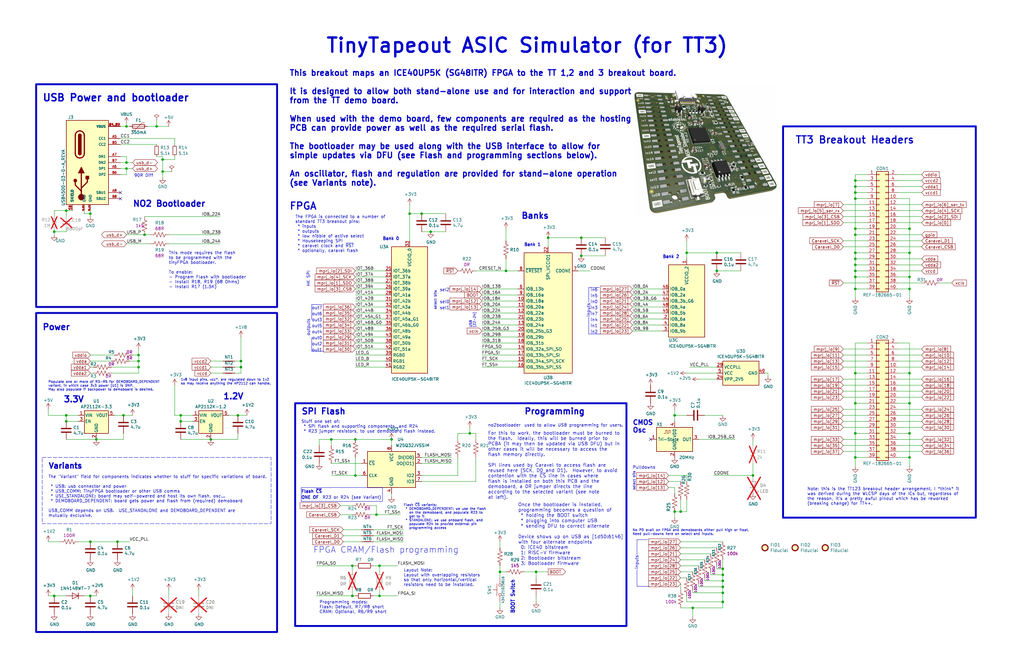
<source format=kicad_sch>
(kicad_sch (version 20230121) (generator eeschema)
  (paper "B")
  (title_block (title "TinyTapeout ASIC Simulator") (date "2024-01-11") (rev "1.2") (company "Psychogenic Technologies") (comment 1 "(C) 2023, 2024 Pat Deegan"))
  (junction (at 38.1 90.17))
  (junction (at 58.42 149.86))
  (junction (at 245.11 107.95))
  (junction (at 304.8 250.19))
  (junction (at 360.68 106.68))
  (junction (at 284.48 175.26))
  (junction (at 53.34 53.34))
  (junction (at 304.8 242.57))
  (junction (at 231.14 100.33))
  (junction (at 38.1 251.46))
  (junction (at 360.68 96.52))
  (junction (at 22.86 97.79))
  (junction (at 181.61 97.79))
  (junction (at 360.68 109.22))
  (junction (at 292.1 256.54))
  (junction (at 360.68 78.74))
  (junction (at 27.94 88.9))
  (junction (at 60.96 99.06))
  (junction (at 304.8 254))
  (junction (at 160.02 251.46))
  (junction (at 302.26 114.3))
  (junction (at 383.54 106.68))
  (junction (at 76.2 177.8))
  (junction (at 172.72 90.17))
  (junction (at 148.59 238.76))
  (junction (at 304.8 240.03))
  (junction (at 245.11 100.33))
  (junction (at 360.68 170.18))
  (junction (at 198.12 182.88))
  (junction (at 68.58 67.31))
  (junction (at 68.58 72.39))
  (junction (at 53.34 68.58))
  (junction (at 213.36 114.3))
  (junction (at 100.33 175.26))
  (junction (at 148.59 251.46))
  (junction (at 177.8 90.17))
  (junction (at 302.26 106.68))
  (junction (at 360.68 81.28))
  (junction (at 76.2 175.26))
  (junction (at 52.07 175.26))
  (junction (at 53.34 71.12))
  (junction (at 317.5 200.66))
  (junction (at 360.68 111.76))
  (junction (at 383.54 182.88))
  (junction (at 158.75 217.17))
  (junction (at 284.48 215.9))
  (junction (at 360.68 114.3))
  (junction (at 360.68 116.84))
  (junction (at 360.68 121.92))
  (junction (at 383.54 193.04))
  (junction (at 360.68 157.48))
  (junction (at 40.64 185.42))
  (junction (at 210.82 241.3))
  (junction (at 289.56 106.68))
  (junction (at 49.53 228.6))
  (junction (at 360.68 193.04))
  (junction (at 22.86 251.46))
  (junction (at 383.54 157.48))
  (junction (at 383.54 96.52))
  (junction (at 38.1 228.6))
  (junction (at 139.7 185.42))
  (junction (at 101.6 154.94))
  (junction (at 360.68 83.82))
  (junction (at 165.1 185.42))
  (junction (at 160.02 238.76))
  (junction (at 360.68 76.2))
  (junction (at 58.42 152.4))
  (junction (at 383.54 170.18))
  (junction (at 27.94 177.8))
  (junction (at 101.6 152.4))
  (junction (at 304.8 245.11))
  (junction (at 58.42 154.94))
  (junction (at 226.06 241.3))
  (junction (at 304.8 247.65))
  (junction (at 287.02 215.9))
  (junction (at 360.68 99.06))
  (junction (at 66.04 53.34))
  (junction (at 149.86 200.66))
  (junction (at 27.94 175.26))
  (junction (at 383.54 116.84))
  (junction (at 149.86 185.42))
  (junction (at 360.68 182.88))
  (junction (at 383.54 121.92))
  (junction (at 88.9 185.42))
  (no_connect (at 50.8 81.28))
  (no_connect (at 274.32 185.42))
  (no_connect (at 50.8 83.82))
  (wire (pts (xy 378.46 162.56) (xy 388.62 162.56)))
  (wire (pts (xy 88.9 185.42) (xy 100.33 185.42)))
  (wire (pts (xy 203.2 139.7) (xy 218.44 139.7)))
  (wire (pts (xy 378.46 177.8) (xy 388.62 177.8)))
  (wire (pts (xy 355.6 119.38) (xy 365.76 119.38)))
  (wire (pts (xy 304.8 245.11) (xy 304.8 247.65)))
  (wire (pts (xy 243.84 114.3) (xy 248.92 114.3)))
  (wire (pts (xy 365.76 114.3) (xy 360.68 114.3)))
  (wire (pts (xy 287.02 215.9) (xy 284.48 215.9)))
  (wire (pts (xy 287.02 228.6) (xy 304.8 228.6)))
  (wire (pts (xy 27.94 88.9) (xy 30.48 88.9)))
  (wire (pts (xy 378.46 73.66) (xy 388.62 73.66)))
  (wire (pts (xy 355.6 104.14) (xy 365.76 104.14)))
  (wire (pts (xy 50.8 68.58) (xy 53.34 68.58)))
  (wire (pts (xy 210.82 238.76) (xy 210.82 241.3)))
  (wire (pts (xy 177.8 203.2) (xy 200.66 203.2)))
  (wire (pts (xy 378.46 119.38) (xy 388.62 119.38)))
  (wire (pts (xy 27.94 96.52) (xy 27.94 97.79)))
  (wire (pts (xy 134.62 185.42) (xy 134.62 187.96)))
  (wire (pts (xy 33.02 228.6) (xy 38.1 228.6)))
  (wire (pts (xy 203.2 134.62) (xy 218.44 134.62)))
  (wire (pts (xy 38.1 228.6) (xy 49.53 228.6)))
  (wire (pts (xy 22.86 251.46) (xy 27.94 251.46)))
  (wire (pts (xy 378.46 147.32) (xy 388.62 147.32)))
  (wire (pts (xy 355.6 154.94) (xy 365.76 154.94)))
  (wire (pts (xy 48.26 175.26) (xy 52.07 175.26)))
  (wire (pts (xy 304.8 240.03) (xy 304.8 242.57)))
  (wire (pts (xy 143.51 217.17) (xy 148.59 217.17)))
  (wire (pts (xy 88.9 154.94) (xy 93.98 154.94)))
  (wire (pts (xy 35.56 251.46) (xy 38.1 251.46)))
  (wire (pts (xy 60.96 99.06) (xy 63.5 99.06)))
  (wire (pts (xy 53.34 73.66) (xy 53.34 71.12)))
  (wire (pts (xy 20.32 175.26) (xy 27.94 175.26)))
  (wire (pts (xy 143.51 213.36) (xy 148.59 213.36)))
  (wire (pts (xy 360.68 81.28) (xy 360.68 83.82)))
  (wire (pts (xy 20.32 251.46) (xy 22.86 251.46)))
  (wire (pts (xy 378.46 160.02) (xy 388.62 160.02)))
  (wire (pts (xy 46.99 157.48) (xy 58.42 157.48)))
  (wire (pts (xy 177.8 193.04) (xy 190.5 193.04)))
  (wire (pts (xy 360.68 144.78) (xy 360.68 157.48)))
  (wire (pts (xy 92.71 102.87) (xy 71.12 102.87)))
  (wire (pts (xy 50.8 73.66) (xy 53.34 73.66)))
  (wire (pts (xy 35.56 88.9) (xy 35.56 90.17)))
  (wire (pts (xy 378.46 157.48) (xy 383.54 157.48)))
  (wire (pts (xy 378.46 167.64) (xy 388.62 167.64)))
  (wire (pts (xy 355.6 165.1) (xy 365.76 165.1)))
  (wire (pts (xy 360.68 170.18) (xy 360.68 182.88)))
  (wire (pts (xy 287.02 233.68) (xy 299.72 233.68)))
  (wire (pts (xy 133.35 251.46) (xy 148.59 251.46)))
  (wire (pts (xy 203.2 127) (xy 218.44 127)))
  (wire (pts (xy 73.66 175.26) (xy 76.2 175.26)))
  (wire (pts (xy 294.64 185.42) (xy 309.88 185.42)))
  (wire (pts (xy 99.06 154.94) (xy 101.6 154.94)))
  (wire (pts (xy 355.6 160.02) (xy 365.76 160.02)))
  (wire (pts (xy 160.02 248.92) (xy 160.02 251.46)))
  (wire (pts (xy 53.34 66.04) (xy 53.34 68.58)))
  (wire (pts (xy 213.36 109.22) (xy 213.36 114.3)))
  (wire (pts (xy 53.34 53.34) (xy 54.61 53.34)))
  (wire (pts (xy 54.61 152.4) (xy 58.42 152.4)))
  (wire (pts (xy 46.99 154.94) (xy 58.42 154.94)))
  (wire (pts (xy 100.33 185.42) (xy 100.33 182.88)))
  (wire (pts (xy 378.46 78.74) (xy 388.62 78.74)))
  (wire (pts (xy 294.64 160.02) (xy 302.26 160.02)))
  (wire (pts (xy 213.36 96.52) (xy 213.36 101.6)))
  (wire (pts (xy 50.8 53.34) (xy 53.34 53.34)))
  (wire (pts (xy 355.6 167.64) (xy 365.76 167.64)))
  (wire (pts (xy 76.2 175.26) (xy 81.28 175.26)))
  (wire (pts (xy 133.35 238.76) (xy 148.59 238.76)))
  (wire (pts (xy 226.06 251.46) (xy 226.06 254)))
  (wire (pts (xy 162.56 152.4) (xy 149.86 152.4)))
  (wire (pts (xy 162.56 139.7) (xy 149.86 139.7)))
  (wire (pts (xy 203.2 152.4) (xy 218.44 152.4)))
  (wire (pts (xy 27.94 88.9) (xy 27.94 91.44)))
  (wire (pts (xy 360.68 76.2) (xy 365.76 76.2)))
  (wire (pts (xy 279.4 127) (xy 266.7 127)))
  (wire (pts (xy 255.27 100.33) (xy 245.11 100.33)))
  (wire (pts (xy 378.46 152.4) (xy 388.62 152.4)))
  (wire (pts (xy 378.46 106.68) (xy 383.54 106.68)))
  (wire (pts (xy 378.46 93.98) (xy 388.62 93.98)))
  (wire (pts (xy 287.02 243.84) (xy 289.56 243.84)))
  (wire (pts (xy 83.82 248.92) (xy 83.82 251.46)))
  (wire (pts (xy 49.53 228.6) (xy 54.61 228.6)))
  (wire (pts (xy 101.6 157.48) (xy 101.6 154.94)))
  (wire (pts (xy 177.8 97.79) (xy 181.61 97.79)))
  (wire (pts (xy 22.86 96.52) (xy 22.86 97.79)))
  (wire (pts (xy 66.04 50.8) (xy 66.04 53.34)))
  (wire (pts (xy 99.06 157.48) (xy 101.6 157.48)))
  (wire (pts (xy 50.8 66.04) (xy 53.34 66.04)))
  (wire (pts (xy 383.54 170.18) (xy 383.54 182.88)))
  (wire (pts (xy 289.56 251.46) (xy 289.56 254)))
  (wire (pts (xy 68.58 66.04) (xy 68.58 67.31)))
  (wire (pts (xy 198.12 182.88) (xy 198.12 180.34)))
  (wire (pts (xy 149.86 193.04) (xy 149.86 200.66)))
  (wire (pts (xy 203.2 137.16) (xy 218.44 137.16)))
  (wire (pts (xy 203.2 129.54) (xy 218.44 129.54)))
  (wire (pts (xy 378.46 187.96) (xy 388.62 187.96)))
  (wire (pts (xy 71.12 248.92) (xy 71.12 251.46)))
  (wire (pts (xy 144.78 228.6) (xy 152.4 228.6)))
  (wire (pts (xy 284.48 175.26) (xy 289.56 175.26)))
  (wire (pts (xy 355.6 93.98) (xy 365.76 93.98)))
  (wire (pts (xy 279.4 129.54) (xy 266.7 129.54)))
  (wire (pts (xy 203.2 147.32) (xy 218.44 147.32)))
  (wire (pts (xy 365.76 144.78) (xy 360.68 144.78)))
  (wire (pts (xy 148.59 251.46) (xy 149.86 251.46)))
  (wire (pts (xy 177.8 90.17) (xy 187.96 90.17)))
  (wire (pts (xy 378.46 101.6) (xy 388.62 101.6)))
  (wire (pts (xy 210.82 241.3) (xy 210.82 243.84)))
  (wire (pts (xy 157.48 251.46) (xy 160.02 251.46)))
  (wire (pts (xy 378.46 182.88) (xy 383.54 182.88)))
  (wire (pts (xy 92.71 99.06) (xy 71.12 99.06)))
  (wire (pts (xy 304.8 247.65) (xy 304.8 250.19)))
  (wire (pts (xy 378.46 165.1) (xy 388.62 165.1)))
  (wire (pts (xy 360.68 109.22) (xy 360.68 111.76)))
  (wire (pts (xy 144.78 223.52) (xy 152.4 223.52)))
  (wire (pts (xy 360.68 83.82) (xy 365.76 83.82)))
  (wire (pts (xy 355.6 187.96) (xy 365.76 187.96)))
  (wire (pts (xy 193.04 185.42) (xy 193.04 182.88)))
  (wire (pts (xy 312.42 106.68) (xy 302.26 106.68)))
  (wire (pts (xy 323.85 157.48) (xy 323.85 158.75)))
  (wire (pts (xy 289.56 200.66) (xy 289.56 203.2)))
  (wire (pts (xy 355.6 185.42) (xy 365.76 185.42)))
  (wire (pts (xy 210.82 254) (xy 210.82 256.54)))
  (wire (pts (xy 289.56 210.82) (xy 289.56 215.9)))
  (wire (pts (xy 355.6 180.34) (xy 365.76 180.34)))
  (wire (pts (xy 203.2 121.92) (xy 218.44 121.92)))
  (wire (pts (xy 38.1 154.94) (xy 39.37 154.94)))
  (wire (pts (xy 322.58 157.48) (xy 323.85 157.48)))
  (wire (pts (xy 245.11 107.95) (xy 255.27 107.95)))
  (wire (pts (xy 360.68 78.74) (xy 360.68 81.28)))
  (wire (pts (xy 360.68 99.06) (xy 360.68 106.68)))
  (wire (pts (xy 27.94 175.26) (xy 33.02 175.26)))
  (wire (pts (xy 162.56 127) (xy 149.86 127)))
  (wire (pts (xy 378.46 149.86) (xy 388.62 149.86)))
  (wire (pts (xy 378.46 116.84) (xy 383.54 116.84)))
  (wire (pts (xy 68.58 72.39) (xy 68.58 74.93)))
  (wire (pts (xy 360.68 114.3) (xy 360.68 116.84)))
  (wire (pts (xy 68.58 72.39) (xy 72.39 72.39)))
  (wire (pts (xy 292.1 250.19) (xy 304.8 250.19)))
  (wire (pts (xy 355.6 162.56) (xy 365.76 162.56)))
  (wire (pts (xy 35.56 90.17) (xy 38.1 90.17)))
  (wire (pts (xy 287.02 210.82) (xy 287.02 215.9)))
  (wire (pts (xy 139.7 200.66) (xy 149.86 200.66)))
  (wire (pts (xy 162.56 144.78) (xy 149.86 144.78)))
  (wire (pts (xy 289.56 106.68) (xy 302.26 106.68)))
  (wire (pts (xy 157.48 223.52) (xy 170.18 223.52)))
  (wire (pts (xy 200.66 114.3) (xy 213.36 114.3)))
  (wire (pts (xy 360.68 182.88) (xy 365.76 182.88)))
  (wire (pts (xy 148.59 248.92) (xy 148.59 251.46)))
  (wire (pts (xy 38.1 90.17) (xy 38.1 91.44)))
  (wire (pts (xy 378.46 111.76) (xy 388.62 111.76)))
  (wire (pts (xy 279.4 139.7) (xy 266.7 139.7)))
  (wire (pts (xy 181.61 97.79) (xy 187.96 97.79)))
  (wire (pts (xy 149.86 185.42) (xy 165.1 185.42)))
  (wire (pts (xy 292.1 256.54) (xy 292.1 260.35)))
  (wire (pts (xy 289.56 106.68) (xy 289.56 109.22)))
  (wire (pts (xy 360.68 193.04) (xy 360.68 196.85)))
  (wire (pts (xy 101.6 154.94) (xy 101.6 152.4)))
  (wire (pts (xy 220.98 241.3) (xy 226.06 241.3)))
  (wire (pts (xy 27.94 185.42) (xy 40.64 185.42)))
  (wire (pts (xy 304.8 236.22) (xy 304.8 240.03)))
  (wire (pts (xy 360.68 121.92) (xy 365.76 121.92)))
  (wire (pts (xy 38.1 88.9) (xy 38.1 90.17)))
  (wire (pts (xy 158.75 217.17) (xy 168.91 217.17)))
  (wire (pts (xy 158.75 213.36) (xy 158.75 217.17)))
  (wire (pts (xy 287.02 231.14) (xy 302.26 231.14)))
  (wire (pts (xy 383.54 116.84) (xy 383.54 121.92)))
  (wire (pts (xy 299.72 242.57) (xy 304.8 242.57)))
  (wire (pts (xy 88.9 152.4) (xy 93.98 152.4)))
  (wire (pts (xy 279.4 137.16) (xy 266.7 137.16)))
  (wire (pts (xy 62.23 53.34) (xy 66.04 53.34)))
  (wire (pts (xy 231.14 100.33) (xy 231.14 104.14)))
  (wire (pts (xy 287.02 246.38) (xy 287.02 248.92)))
  (wire (pts (xy 160.02 238.76) (xy 167.64 238.76)))
  (wire (pts (xy 139.7 185.42) (xy 149.86 185.42)))
  (wire (pts (xy 378.46 172.72) (xy 388.62 172.72)))
  (wire (pts (xy 281.94 203.2) (xy 287.02 203.2)))
  (wire (pts (xy 383.54 121.92) (xy 383.54 125.73)))
  (wire (pts (xy 281.94 205.74) (xy 284.48 205.74)))
  (wire (pts (xy 88.9 157.48) (xy 93.98 157.48)))
  (wire (pts (xy 162.56 124.46) (xy 149.86 124.46)))
  (wire (pts (xy 383.54 182.88) (xy 383.54 193.04)))
  (wire (pts (xy 144.78 226.06) (xy 152.4 226.06)))
  (wire (pts (xy 360.68 76.2) (xy 360.68 78.74)))
  (wire (pts (xy 378.46 190.5) (xy 388.62 190.5)))
  (wire (pts (xy 76.2 177.8) (xy 81.28 177.8)))
  (wire (pts (xy 279.4 134.62) (xy 266.7 134.62)))
  (wire (pts (xy 231.14 100.33) (xy 245.11 100.33)))
  (wire (pts (xy 162.56 154.94) (xy 149.86 154.94)))
  (wire (pts (xy 378.46 180.34) (xy 388.62 180.34)))
  (wire (pts (xy 162.56 142.24) (xy 149.86 142.24)))
  (wire (pts (xy 299.72 241.3) (xy 299.72 242.57)))
  (wire (pts (xy 365.76 116.84) (xy 360.68 116.84)))
  (wire (pts (xy 55.88 248.92) (xy 55.88 251.46)))
  (wire (pts (xy 134.62 185.42) (xy 139.7 185.42)))
  (wire (pts (xy 203.2 149.86) (xy 218.44 149.86)))
  (wire (pts (xy 365.76 109.22) (xy 360.68 109.22)))
  (wire (pts (xy 73.66 66.04) (xy 73.66 67.31)))
  (wire (pts (xy 378.46 91.44) (xy 388.62 91.44)))
  (wire (pts (xy 73.66 162.56) (xy 73.66 175.26)))
  (wire (pts (xy 73.66 58.42) (xy 73.66 60.96)))
  (wire (pts (xy 355.6 88.9) (xy 365.76 88.9)))
  (wire (pts (xy 156.21 213.36) (xy 158.75 213.36)))
  (wire (pts (xy 378.46 109.22) (xy 388.62 109.22)))
  (wire (pts (xy 53.34 99.06) (xy 60.96 99.06)))
  (wire (pts (xy 360.68 111.76) (xy 360.68 114.3)))
  (wire (pts (xy 355.6 152.4) (xy 365.76 152.4)))
  (wire (pts (xy 203.2 124.46) (xy 218.44 124.46)))
  (wire (pts (xy 284.48 172.72) (xy 284.48 175.26)))
  (wire (pts (xy 203.2 154.94) (xy 218.44 154.94)))
  (wire (pts (xy 284.48 175.26) (xy 284.48 177.8)))
  (wire (pts (xy 355.6 149.86) (xy 365.76 149.86)))
  (wire (pts (xy 284.48 215.9) (xy 284.48 218.44)))
  (wire (pts (xy 162.56 129.54) (xy 149.86 129.54)))
  (wire (pts (xy 317.5 195.58) (xy 317.5 200.66)))
  (wire (pts (xy 226.06 241.3) (xy 226.06 243.84)))
  (wire (pts (xy 157.48 228.6) (xy 170.18 228.6)))
  (wire (pts (xy 355.6 190.5) (xy 365.76 190.5)))
  (wire (pts (xy 304.8 250.19) (xy 304.8 254)))
  (wire (pts (xy 297.18 245.11) (xy 304.8 245.11)))
  (wire (pts (xy 294.64 246.38) (xy 294.64 247.65)))
  (wire (pts (xy 38.1 251.46) (xy 40.64 251.46)))
  (wire (pts (xy 193.04 200.66) (xy 193.04 193.04)))
  (wire (pts (xy 226.06 241.3) (xy 231.14 241.3)))
  (wire (pts (xy 300.99 200.66) (xy 317.5 200.66)))
  (wire (pts (xy 100.33 175.26) (xy 104.14 175.26)))
  (wire (pts (xy 360.68 73.66) (xy 365.76 73.66)))
  (wire (pts (xy 287.02 256.54) (xy 292.1 256.54)))
  (wire (pts (xy 22.86 97.79) (xy 22.86 99.06)))
  (wire (pts (xy 360.68 157.48) (xy 360.68 170.18)))
  (wire (pts (xy 76.2 185.42) (xy 88.9 185.42)))
  (wire (pts (xy 378.46 154.94) (xy 388.62 154.94)))
  (wire (pts (xy 279.4 124.46) (xy 266.7 124.46)))
  (wire (pts (xy 378.46 86.36) (xy 388.62 86.36)))
  (wire (pts (xy 165.1 185.42) (xy 165.1 187.96)))
  (wire (pts (xy 50.8 58.42) (xy 73.66 58.42)))
  (wire (pts (xy 383.54 157.48) (xy 383.54 170.18)))
  (wire (pts (xy 378.46 144.78) (xy 383.54 144.78)))
  (wire (pts (xy 162.56 132.08) (xy 149.86 132.08)))
  (wire (pts (xy 53.34 52.07) (xy 53.34 53.34)))
  (wire (pts (xy 66.04 53.34) (xy 71.12 53.34)))
  (wire (pts (xy 52.07 185.42) (xy 52.07 182.88)))
  (wire (pts (xy 289.56 157.48) (xy 302.26 157.48)))
  (wire (pts (xy 66.04 66.04) (xy 68.58 66.04)))
  (wire (pts (xy 355.6 86.36) (xy 365.76 86.36)))
  (wire (pts (xy 297.18 175.26) (xy 304.8 175.26)))
  (wire (pts (xy 302.26 114.3) (xy 312.42 114.3)))
  (wire (pts (xy 165.1 208.28) (xy 165.1 209.55)))
  (wire (pts (xy 160.02 241.3) (xy 160.02 238.76)))
  (wire (pts (xy 50.8 71.12) (xy 53.34 71.12)))
  (wire (pts (xy 58.42 157.48) (xy 58.42 154.94)))
  (wire (pts (xy 294.64 247.65) (xy 304.8 247.65)))
  (wire (pts (xy 360.68 170.18) (xy 365.76 170.18)))
  (wire (pts (xy 360.68 73.66) (xy 360.68 76.2)))
  (wire (pts (xy 76.2 177.8) (xy 76.2 175.26)))
  (wire (pts (xy 302.26 238.76) (xy 302.26 240.03)))
  (wire (pts (xy 157.48 226.06) (xy 170.18 226.06)))
  (wire (pts (xy 396.24 119.38) (xy 401.32 119.38)))
  (wire (pts (xy 148.59 241.3) (xy 148.59 238.76)))
  (wire (pts (xy 365.76 106.68) (xy 360.68 106.68)))
  (wire (pts (xy 193.04 182.88) (xy 198.12 182.88)))
  (wire (pts (xy 360.68 157.48) (xy 365.76 157.48)))
  (wire (pts (xy 378.46 88.9) (xy 388.62 88.9)))
  (wire (pts (xy 38.1 152.4) (xy 46.99 152.4)))
  (wire (pts (xy 292.1 256.54) (xy 304.8 256.54)))
  (wire (pts (xy 383.54 193.04) (xy 383.54 196.85)))
  (wire (pts (xy 378.46 104.14) (xy 388.62 104.14)))
  (wire (pts (xy 172.72 90.17) (xy 177.8 90.17)))
  (wire (pts (xy 378.46 76.2) (xy 388.62 76.2)))
  (wire (pts (xy 160.02 251.46) (xy 167.64 251.46)))
  (wire (pts (xy 378.46 193.04) (xy 383.54 193.04)))
  (wire (pts (xy 38.1 149.86) (xy 48.26 149.86)))
  (wire (pts (xy 378.46 96.52) (xy 383.54 96.52)))
  (wire (pts (xy 96.52 175.26) (xy 100.33 175.26)))
  (wire (pts (xy 355.6 101.6) (xy 365.76 101.6)))
  (wire (pts (xy 304.8 256.54) (xy 304.8 254)))
  (wire (pts (xy 162.56 116.84) (xy 149.86 116.84)))
  (wire (pts (xy 378.46 114.3) (xy 388.62 114.3)))
  (wire (pts (xy 317.5 185.42) (xy 317.5 187.96)))
  (wire (pts (xy 22.86 88.9) (xy 22.86 91.44)))
  (wire (pts (xy 360.68 96.52) (xy 360.68 99.06)))
  (wire (pts (xy 304.8 242.57) (xy 304.8 245.11)))
  (wire (pts (xy 20.32 172.72) (xy 20.32 175.26)))
  (wire (pts (xy 203.2 132.08) (xy 218.44 132.08)))
  (wire (pts (xy 287.02 238.76) (xy 294.64 238.76)))
  (wire (pts (xy 162.56 134.62) (xy 149.86 134.62)))
  (wire (pts (xy 279.4 132.08) (xy 266.7 132.08)))
  (wire (pts (xy 302.26 240.03) (xy 304.8 240.03)))
  (wire (pts (xy 172.72 90.17) (xy 172.72 101.6)))
  (wire (pts (xy 360.68 78.74) (xy 365.76 78.74)))
  (wire (pts (xy 378.46 121.92) (xy 383.54 121.92)))
  (wire (pts (xy 60.96 91.44) (xy 92.71 91.44)))
  (wire (pts (xy 162.56 147.32) (xy 149.86 147.32)))
  (wire (pts (xy 172.72 86.36) (xy 172.72 90.17)))
  (wire (pts (xy 177.8 200.66) (xy 193.04 200.66)))
  (wire (pts (xy 360.68 83.82) (xy 360.68 96.52)))
  (wire (pts (xy 162.56 119.38) (xy 149.86 119.38)))
  (wire (pts (xy 290.83 154.94) (xy 302.26 154.94)))
  (wire (pts (xy 378.46 175.26) (xy 388.62 175.26)))
  (wire (pts (xy 52.07 175.26) (xy 55.88 175.26)))
  (wire (pts (xy 378.46 83.82) (xy 383.54 83.82)))
  (wire (pts (xy 360.68 193.04) (xy 365.76 193.04)))
  (wire (pts (xy 378.46 185.42) (xy 388.62 185.42)))
  (wire (pts (xy 210.82 228.6) (xy 210.82 231.14)))
  (wire (pts (xy 289.56 101.6) (xy 289.56 106.68)))
  (wire (pts (xy 360.68 121.92) (xy 360.68 125.73)))
  (wire (pts (xy 289.56 215.9) (xy 287.02 215.9)))
  (wire (pts (xy 279.4 121.92) (xy 266.7 121.92)))
  (wire (pts (xy 162.56 137.16) (xy 149.86 137.16)))
  (wire (pts (xy 360.68 182.88) (xy 360.68 193.04)))
  (wire (pts (xy 355.6 177.8) (xy 365.76 177.8)))
  (wire (pts (xy 292.1 248.92) (xy 292.1 250.19)))
  (wire (pts (xy 200.66 193.04) (xy 200.66 203.2)))
  (wire (pts (xy 378.46 81.28) (xy 388.62 81.28)))
  (wire (pts (xy 289.56 254) (xy 304.8 254)))
  (wire (pts (xy 139.7 187.96) (xy 139.7 185.42)))
  (wire (pts (xy 68.58 67.31) (xy 68.58 72.39)))
  (wire (pts (xy 355.6 172.72) (xy 365.76 172.72)))
  (wire (pts (xy 383.54 83.82) (xy 383.54 96.52)))
  (wire (pts (xy 27.94 177.8) (xy 33.02 177.8)))
  (wire (pts (xy 383.54 106.68) (xy 383.54 116.84)))
  (wire (pts (xy 58.42 149.86) (xy 58.42 147.32)))
  (wire (pts (xy 99.06 152.4) (xy 101.6 152.4)))
  (wire (pts (xy 20.32 228.6) (xy 25.4 228.6)))
  (wire (pts (xy 58.42 154.94) (xy 58.42 152.4)))
  (wire (pts (xy 360.68 81.28) (xy 365.76 81.28)))
  (wire (pts (xy 360.68 99.06) (xy 365.76 99.06)))
  (wire (pts (xy 148.59 238.76) (xy 149.86 238.76)))
  (wire (pts (xy 58.42 152.4) (xy 58.42 149.86)))
  (wire (pts (xy 177.8 195.58) (xy 190.5 195.58)))
  (wire (pts (xy 50.8 60.96) (xy 66.04 60.96)))
  (wire (pts (xy 203.2 142.24) (xy 218.44 142.24)))
  (wire (pts (xy 53.34 68.58) (xy 55.88 68.58)))
  (wire (pts (xy 40.64 185.42) (xy 52.07 185.42)))
  (wire (pts (xy 355.6 175.26) (xy 365.76 175.26)))
  (wire (pts (xy 149.86 200.66) (xy 152.4 200.66)))
  (wire (pts (xy 355.6 91.44) (xy 365.76 91.44)))
  (wire (pts (xy 210.82 241.3) (xy 213.36 241.3)))
  (wire (pts (xy 203.2 144.78) (xy 218.44 144.78)))
  (wire (pts (xy 156.21 217.17) (xy 158.75 217.17)))
  (wire (pts (xy 38.1 157.48) (xy 39.37 157.48)))
  (wire (pts (xy 297.18 243.84) (xy 297.18 245.11)))
  (wire (pts (xy 200.66 182.88) (xy 200.66 185.42)))
  (wire (pts (xy 101.6 152.4) (xy 101.6 142.24)))
  (wire (pts (xy 281.94 200.66) (xy 289.56 200.66)))
  (wire (pts (xy 162.56 149.86) (xy 149.86 149.86)))
  (wire (pts (xy 383.54 144.78) (xy 383.54 157.48)))
  (wire (pts (xy 162.56 114.3) (xy 149.86 114.3)))
  (wire (pts (xy 68.58 67.31) (xy 73.66 67.31)))
  (wire (pts (xy 360.68 106.68) (xy 360.68 109.22)))
  (wire (pts (xy 284.48 205.74) (xy 284.48 208.28)))
  (wire (pts (xy 383.54 96.52) (xy 383.54 106.68)))
  (wire (pts (xy 378.46 170.18) (xy 383.54 170.18)))
  (wire (pts (xy 53.34 102.87) (xy 63.5 102.87)))
  (wire (pts (xy 355.6 147.32) (xy 365.76 147.32)))
  (wire (pts (xy 378.46 99.06) (xy 388.62 99.06)))
  (wire (pts (xy 213.36 114.3) (xy 218.44 114.3)))
  (wire (pts (xy 162.56 121.92) (xy 149.86 121.92)))
  (wire (pts (xy 287.02 241.3) (xy 292.1 241.3)))
  (wire (pts (xy 365.76 111.76) (xy 360.68 111.76)))
  (wire (pts (xy 55.88 149.86) (xy 58.42 149.86)))
  (wire (pts (xy 360.68 116.84) (xy 360.68 121.92)))
  (wire (pts (xy 139.7 195.58) (xy 152.4 195.58)))
  (wire (pts (xy 53.34 71.12) (xy 55.88 71.12)))
  (wire (pts (xy 198.12 182.88) (xy 200.66 182.88)))
  (wire (pts (xy 22.86 88.9) (xy 27.94 88.9)))
  (wire (pts (xy 360.68 96.52) (xy 365.76 96.52)))
  (wire (pts (xy 27.94 177.8) (xy 27.94 175.26)))
  (wire (pts (xy 287.02 236.22) (xy 297.18 236.22)))
  (wire (pts (xy 157.48 238.76) (xy 160.02 238.76)))
  (wire (pts (xy 27.94 97.79) (xy 22.86 97.79)))
  (rectangle (start 268.605 247.396) (end 273.685 247.396))
  (rectangle (start 131.445 128.524) (end 135.89 128.524))
  (rectangle (start 268.605 240.284) (end 268.605 247.396))
  (rectangle (start 131.445 148.209) (end 136.525 148.209))
  (rectangle (start 248.285 121.285) (end 248.285 127.635))
  (rectangle (start 248.285 121.285) (end 252.73 121.285))
  (rectangle (start 127 205.74) (end 161.29 211.582))
  (rectangle (start 15.24 132.08) (end 116.84 266.7) (stroke (width 0.8)))
  (rectangle (start 124.46 170.18) (end 264.16 264.16) (stroke (width 0.8)))
  (rectangle (start 268.605 227.711) (end 268.605 234.061))
  (rectangle (start 15.24 35.56) (end 116.84 129.54) (stroke (width 0.8)))
  (rectangle (start 248.285 140.97) (end 253.365 140.97))
  (rectangle (start 268.605 227.711) (end 273.05 227.711))
  (rectangle (start 131.445 148.209) (end 131.445 142.494))
  (rectangle (start 330.2 53.34) (end 411.48 218.44) (stroke (width 0.8)))
  (rectangle (start 17.78 193.04) (end 114.3 220.98) (stroke (width 0) (type dash)))
  (rectangle (start 131.445 128.524) (end 131.445 134.874))
  (rectangle (start 248.285 133.858) (end 248.285 140.97))
  (image (at 297.18 63.5) (scale 0.587393))
  (text "in3" (at 248.92 130.81 0) (effects (font (size 1.27 1.27)) (justify left bottom)))
  (text "Flash ~{CS}" (at 127 208.28 0) (effects (font (size 1.27 1.27) bold) (justify left bottom)))
  (text "outputs" (at 130.81 134.62 90) (effects (font (size 1.27 1.27)) (justify right bottom)))
  (text "out1" (at 135.89 148.59 0) (effects (font (size 1.27 1.27)) (justify right bottom)))
  (text "out2" (at 135.89 146.05 0) (effects (font (size 1.27 1.27)) (justify right bottom)))
  (text "sel0" (at 185.42 128.27 0) (effects (font (size 1.27 1.27)) (justify left bottom)))
  (text "Flash ~{CS} variants:\n * DEMOBOARD_DEPENDENT: we use the flash \n   on the demoboard, and populate R23 to \n   get to it\n * STANDALONE: we use onboard flash, and \n   populate R24 to provide external pin \n   programming access" (at 170.18 223.52 0) (effects (font (size 1 1)) (justify left bottom)))
  (text "no2bootloader" (at 205.74 180.34 0) (effects (font (size 1.27 1.27)) (justify left bottom)))
  (text "The FPGA is connected to a number of \nstandard TT3 breakout pins:\n * inputs\n * outputs\n * low nibble of active select\n * Housekeeping SPI\n * caravel clock and ~{RST}\n * optionally, caravel flash" (at 124.46 106.68 0) (effects (font (size 1.27 1.27)) (justify left bottom)))
  (text "Bank 2" (at 279.4 109.22 0) (effects (font (size 1.27 1.27) (thickness 0.254) bold) (justify left bottom)))
  (text "R23 or R24 (see Variant)" (at 135.89 210.82 0) (effects (font (size 1.27 1.27)) (justify left bottom)))
  (text "out6" (at 135.89 133.35 0) (effects (font (size 1.27 1.27)) (justify right bottom)))
  (text "This mode requires the flash \nto be programmed with the \ntinyFPGA bootloader.\n\nTo enable:\n- Program Flash with bootloader\n- Install R18, R19 (68 Ohms)\n- Install R17 (1.5K)" (at 71.12 121.92 0) (effects (font (size 1.27 1.27)) (justify left bottom)))
  (text "The \"Variant\" field for components indicates whether to stuff for specific variations of board.\n\n * USB: usb connector and power \n * USB_COMM: TinyFPGA bootloader or other USB comms\n * USE_STANDALONE: board may self-powered and host its own flash, osc...\n * DEMOBOARD_DEPENDENT: board gets power and flash from (required) demoboard\n\nUSB_COMM depends on USB.  USE_STANDALONE and DEMOBOARD_DEPENDENT are\nmutually exclusive." (at 20.32 218.44 0) (effects (font (size 1.27 1.27)) (justify left bottom)))
  (text "out5" (at 135.89 138.43 0) (effects (font (size 1.27 1.27)) (justify right bottom)))
  (text "FPGA" (at 121.92 88.9 0) (effects (font (size 3 3) (thickness 0.508) bold) (justify left bottom)))
  (text "ONE OF" (at 127 210.82 0) (effects (font (size 1.27 1.27) (thickness 0.254) bold) (justify left bottom)))
  (text "inputs" (at 248.92 133.985 90) (effects (font (size 1.27 1.27)) (justify left bottom)))
  (text "sel1" (at 185.42 130.81 0) (effects (font (size 1.27 1.27)) (justify left bottom)))
  (text "in2" (at 248.92 140.97 0) (effects (font (size 1.27 1.27)) (justify left bottom)))
  (text "sel2" (at 185.42 123.19 0) (effects (font (size 1.27 1.27)) (justify left bottom)))
  (text "out3" (at 135.89 135.89 0) (effects (font (size 1.27 1.27)) (justify right bottom)))
  (text "90R Diff" (at 56.515 74.93 0) (effects (font (size 1.27 1.27)) (justify left bottom)))
  (text "TT3 Breakout Headers" (at 335.28 60.96 0) (effects (font (size 3 3) (thickness 0.508) bold) (justify left bottom)))
  (text "HK SPI" (at 130.81 114.3 90) (effects (font (size 1.27 1.27)) (justify right bottom)))
  (text "Power" (at 17.78 139.7 0) (effects (font (size 2.54 2.54) (thickness 0.508) bold) (justify left bottom)))
  (text "No PD avail on FPGA and demoboards either pull high or float.\nNeed pull-downs here on select and inputs." (at 266.7 226.06 0) (effects (font (size 1 1)) (justify left bottom)))
  (text "Pulldowns" (at 266.7 198.12 0) (effects (font (size 1.27 1.27)) (justify left bottom)))
  (text "Programming" (at 220.98 175.26 0) (effects (font (size 2.54 2.54) (thickness 0.508) bold) (justify left bottom)))
  (text "select bits" (at 184.15 130.81 90) (effects (font (size 1 1)) (justify left bottom)))
  (text "This breakout maps an ICE40UP5K (SG48ITR) FPGA to the TT 1,2 and 3 breakout board.\n\nIt is designed to allow both stand-alone use and for interaction and support \nfrom the TT demo board.\n\nWhen used with the demo board, few components are required as the hosting \nPCB can provide power as well as the required serial flash.\n\nThe bootloader may be used along with the USB interface to allow for \nsimple updates via DFU (see Flash and programming sections below).\n\nAn oscillator, flash and regulation are provided for stand-alone operation\n(see Variants note)." (at 121.92 78.74 0) (effects (font (size 2.4 2.4) bold) (justify left bottom)))
  (text "Populate one or more of R3-R5 for DEMOBOARD_DEPENDENT \nvariant, in which case 3v3 power (U1) is DNP.\nMay also populate if backpower to demoboard is desired." (at 20.32 165.1 0) (effects (font (size 1 1)) (justify left bottom)))
  (text "out4" (at 135.89 140.97 0) (effects (font (size 1.27 1.27)) (justify right bottom)))
  (text "For this to work, the bootloader must be burned to \nthe flash.  Ideally, this will be burned prior to \nPCBA (it may then be updated via USB DFU) but in \nother cases it will be necessary to access the \nflash memory directly.  \n\nSPI lines used by Caravel to access flash are \nreused here (SCK, D0 and D1).  However, to avoid\ncontention with the ~{CS} line in cases where \nflash is installed on both this PCB and the \ndemoboard, a 0R jumper directs the line \naccording to the selected variant (see note\nat left)." (at 205.74 210.82 0) (effects (font (size 1.4 1.4)) (justify left bottom)))
  (text "in7" (at 248.92 133.35 0) (effects (font (size 1.27 1.27)) (justify left bottom)))
  (text "Bank 1" (at 220.98 104.14 0) (effects (font (size 1.27 1.27) (thickness 0.254) bold) (justify left bottom)))
  (text "out0" (at 135.89 143.51 0) (effects (font (size 1.27 1.27)) (justify right bottom)))
  (text "Once the bootloader is installed, \nprogramming becomes a question of \n * holding the BOOT switch\n * plugging into computer USB\n * sending DFU to correct alternate\n\nDevice shows up on USB as [1d50:6146] \nwith four alternate endpoints\n 0: iCE40 bitstream\n 1: RISC-V firmware\n 2: Bootloader bitstream\n 3: Bootloader firmware" (at 218.44 238.76 0) (effects (font (size 1.4 1.4)) (justify left bottom)))
  (text "out7" (at 135.89 130.81 0) (effects (font (size 1.27 1.27)) (justify right bottom)))
  (text "1v8 input pins, vcc*, are regulated down to 1v2\nso may receive anything the AP2112 can handle." (at 76.2 162.56 0) (effects (font (size 1 1)) (justify left bottom)))
  (text "Stuff one set of:\n * SPI flash and supporting components, and R24\n * R23 jumper resistors, to use demoboard flash instead." (at 127 182.88 0) (effects (font (size 1.27 1.27)) (justify left bottom)))
  (text "SPI Flash" (at 127 175.26 0) (effects (font (size 2.54 2.54) (thickness 0.508) bold) (justify left bottom)))
  (text "Variants" (at 20.32 198.12 0) (effects (font (size 2.3 2.3) (thickness 0.508) bold) (justify left bottom)))
  (text "USB\n[22-24]" (at 200.66 138.43 90) (effects (font (size 1 1)) (justify left bottom)))
  (text "Note: this is the TT123 breakout header arrangement. I *think* it \nwas derived during the WLCSP days of the ICs but, regardless of \nthe reason, it's a pretty awful pinout which has be reworked \n(breaking change) for TT4+." (at 340.36 213.36 0) (effects (font (size 1.27 1.27)) (justify left bottom)))
  (text "3.3V" (at 26.67 170.18 0) (effects (font (size 2.54 2.54) (thickness 0.508) bold) (justify left bottom)))
  (text "USB Power and bootloader" (at 17.78 43.18 0) (effects (font (size 3 3) (thickness 0.6) bold) (justify left bottom)))
  (text "FPGA CRAM/Flash programming" (at 132.08 233.68 0) (effects (font (size 2.54 2.54)) (justify left bottom)))
  (text "used to allow USB programming for users." (at 220.98 180.34 0) (effects (font (size 1.27 1.27)) (justify left bottom)))
  (text "Layout Note:\nLayout with overlapping resistors \nso that only horizontal/vertical \nresistors need to be installed." (at 170.18 247.65 0) (effects (font (size 1.27 1.27)) (justify left bottom)))
  (text "CMOS\nOsc" (at 266.7 182.88 0) (effects (font (size 2 2) (thickness 0.4) bold) (justify left bottom)))
  (text "in1" (at 248.92 138.43 0) (effects (font (size 1.27 1.27)) (justify left bottom)))
  (text "TinyTapeout ASIC Simulator (for TT3)" (at 137.16 22.86 0) (effects (font (size 6 6) (thickness 1) bold) (justify left bottom)))
  (text "in0" (at 248.92 128.27 0) (effects (font (size 1.27 1.27)) (justify left bottom)))
  (text "NO2 Bootloader" (at 55.88 87.63 0) (effects (font (size 2.54 2.54) (thickness 0.508) bold) (justify left bottom)))
  (text "select bits" (at 267.97 207.01 90) (effects (font (size 1 1)) (justify left bottom)))
  (text "Bank 0" (at 161.29 101.6 0) (effects (font (size 1.27 1.27) (thickness 0.254) bold) (justify left bottom)))
  (text "Programming modes:\nFlash: Default, R7/R8 short\nCRAM: Optional, R6/R9 short" (at 134.62 259.08 0) (effects (font (size 1.27 1.27)) (justify left bottom)))
  (text "1.2V" (at 93.98 168.91 0) (effects (font (size 2.54 2.54) (thickness 0.508) bold) (justify left bottom)))
  (text "in4" (at 248.92 135.89 0) (effects (font (size 1.27 1.27)) (justify left bottom)))
  (text "in6" (at 248.92 123.19 0) (effects (font (size 1.27 1.27)) (justify left bottom)))
  (text "Banks" (at 219.71 92.71 0) (effects (font (size 2.54 2.54) (thickness 0.508) bold) (justify left bottom)))
  (text "BOOT Switch" (at 217.17 259.08 90) (effects (font (size 1.5 1.5) bold) (justify left bottom)))
  (text "in5" (at 248.92 125.73 0) (effects (font (size 1.27 1.27)) (justify left bottom)))
  (text "inputs" (at 269.24 240.411 90) (effects (font (size 1.27 1.27)) (justify left bottom)))
  (label "IOT_42B" (at 149.86 127 0))
  (label "IOT_41A" (at 149.86 124.46 0))
  (label "IOT_51A" (at 149.86 147.32 0))
  (label "USB_P" (at 53.34 99.06 0))
  (label "IOT_49A" (at 149.86 142.24 0))
  (label "IOB_4A" (at 266.7 129.54 0))
  (label "CDONE" (at 300.99 200.66 0))
  (label "IOB_25B_G3" (at 203.2 139.7 0))
  (label "FPGA_SO" (at 133.35 238.76 0))
  (label "VCC_PLL" (at 290.83 154.94 0))
  (label "FT_SSn" (at 203.2 154.94 0))
  (label "IOB_20A" (at 203.2 129.54 0))
  (label "FLASH_MOSI" (at 190.5 193.04 180))
  (label "FLASH_MISO" (at 170.18 228.6 180))
  (label "FT_SCK" (at 203.2 152.4 0))
  (label "IOB_18A" (at 203.2 127 0))
  (label "IOB_31B" (at 203.2 144.78 0))
  (label "IOB_8A" (at 266.7 137.16 0))
  (label "CDONE" (at 248.92 114.3 0))
  (label "IOT_44B" (at 149.86 132.08 0))
  (label "FLASH_MOSI" (at 167.64 238.76 0))
  (label "IOT_45A_G1" (at 149.86 134.62 0))
  (label "IOB_22A" (at 203.2 132.08 0))
  (label "CRESET_N" (at 201.93 114.3 0))
  (label "IOB_0A" (at 266.7 121.92 0))
  (label "USB_M" (at 53.34 102.87 0))
  (label "IOT_38B" (at 149.86 119.38 0))
  (label "IOB_16A" (at 203.2 124.46 0))
  (label "FLASH_MISO" (at 190.5 195.58 180))
  (label "IOT_39A" (at 149.86 121.92 0))
  (label "IOB_9B" (at 266.7 139.7 0))
  (label "LED_G" (at 149.86 149.86 0))
  (label "IOB_13B" (at 203.2 121.92 0))
  (label "IOB_23B" (at 85.09 99.06 0))
  (label "IOB_23B" (at 203.2 134.62 0))
  (label "IOT_36B" (at 149.86 114.3 0))
  (label "IOB_5B" (at 266.7 132.08 0))
  (label "FPGA_SI" (at 167.64 251.46 0))
  (label "IOT_43A" (at 149.86 129.54 0))
  (label "CC1" (at 50.8 58.42 0))
  (label "VCC_PLL" (at 54.61 228.6 0))
  (label "IOB_3B_G6" (at 266.7 127 0))
  (label "FPGA_SI" (at 203.2 149.86 0))
  (label "IOB_22A" (at 85.09 91.44 0))
  (label "FLASH_MOSI" (at 170.18 226.06 180))
  (label "IOT_50B" (at 149.86 144.78 0))
  (label "FPGA_SO" (at 203.2 147.32 0))
  (label "FLASH_MISO" (at 133.35 251.46 0))
  (label "FT_SSn" (at 168.91 217.17 180))
  (label "IOT_46B_G0" (at 149.86 137.16 0))
  (label "IOB_24A" (at 203.2 137.16 0))
  (label "LED_B" (at 149.86 152.4 0))
  (label "LED_R" (at 149.86 154.94 0))
  (label "IOB_29B" (at 203.2 142.24 0))
  (label "IOT_48B" (at 149.86 139.7 0))
  (label "IOB_2A" (at 266.7 124.46 0))
  (label "FT_SSn" (at 140.97 195.58 0))
  (label "IOB_25B_G3" (at 309.88 185.42 180))
  (label "IOT_37A" (at 149.86 116.84 0))
  (label "CC2" (at 50.8 60.96 0))
  (label "FT_SCK" (at 170.18 223.52 180))
  (label "IOB_24A" (at 85.09 102.87 0))
  (label "IOB_6A" (at 266.7 134.62 0))
  (label "FT_SCK" (at 139.7 200.66 0))
  (global_label "mprj_io[11]" (shape input) (at 355.6 149.86 180) (property "Intersheetrefs" "${INTERSHEET_REFS}" (effects hide)))
  (global_label "mprj_io[3]_CSB" (shape input) (at 149.86 121.92 180) (property "Intersheetrefs" "${INTERSHEET_REFS}" (effects hide)))
  (global_label "mprj_io[10]" (shape input) (at 388.62 149.86 0) (property "Intersheetrefs" "${INTERSHEET_REFS}" (effects hide)))
  (global_label "mprj_io[2]_SDI" (shape input) (at 149.86 114.3 180) (property "Intersheetrefs" "${INTERSHEET_REFS}" (effects hide)))
  (global_label "mprj_io[32]" (shape input) (at 149.86 134.62 180) (property "Intersheetrefs" "${INTERSHEET_REFS}" (effects hide)))
  (global_label "vccd" (shape input) (at 88.9 157.48 180) (property "Intersheetrefs" "${INTERSHEET_REFS}" (effects hide)))
  (global_label "mprj_io[21]" (shape input) (at 287.02 233.68 180) (property "Intersheetrefs" "${INTERSHEET_REFS}" (effects hide)))
  (global_label "BOOT" (shape input) (at 203.2 124.46 180) (property "Intersheetrefs" "${INTERSHEET_REFS}" (effects hide)))
  (global_label "mprj_io[17]" (shape input) (at 355.6 160.02 180) (property "Intersheetrefs" "${INTERSHEET_REFS}" (effects hide)))
  (global_label "BOOT" (shape output) (at 231.14 241.3 0) (property "Intersheetrefs" "${INTERSHEET_REFS}" (effects hide)))
  (global_label "mprj_io[23]" (shape input) (at 266.7 139.7 180) (property "Intersheetrefs" "${INTERSHEET_REFS}" (effects hide)))
  (global_label "mprj_io[19]" (shape input) (at 355.6 162.56 180) (property "Intersheetrefs" "${INTERSHEET_REFS}" (effects hide)))
  (global_label "vdda1" (shape input) (at 388.62 78.74 0) (property "Intersheetrefs" "${INTERSHEET_REFS}" (effects hide)))
  (global_label "mprj_io[30]" (shape input) (at 149.86 147.32 180) (property "Intersheetrefs" "${INTERSHEET_REFS}" (effects hide)))
  (global_label "mprj_io[26]" (shape input) (at 266.7 124.46 180) (property "Intersheetrefs" "${INTERSHEET_REFS}" (effects hide)))
  (global_label "mprj_io[6]_ser_tx" (shape input) (at 388.62 86.36 0) (property "Intersheetrefs" "${INTERSHEET_REFS}" (effects hide)))
  (global_label "vddio" (shape input) (at 388.62 73.66 0) (property "Intersheetrefs" "${INTERSHEET_REFS}" (effects hide)))
  (global_label "Caravel_CSB" (shape input) (at 143.51 217.17 180) (property "Intersheetrefs" "${INTERSHEET_REFS}" (effects hide)))
  (global_label "mprj_io[12]" (shape input) (at 203.2 127 180) (property "Intersheetrefs" "${INTERSHEET_REFS}" (effects hide)))
  (global_label "mprj_io[13]" (shape input) (at 281.94 205.74 180) (property "Intersheetrefs" "${INTERSHEET_REFS}" (effects hide)))
  (global_label "mprj_io[24]" (shape input) (at 388.62 172.72 0) (property "Intersheetrefs" "${INTERSHEET_REFS}" (effects hide)))
  (global_label "vccd2" (shape input) (at 88.9 152.4 180) (property "Intersheetrefs" "${INTERSHEET_REFS}" (effects hide)))
  (global_label "mprj_io[24]" (shape input) (at 287.02 236.22 180) (property "Intersheetrefs" "${INTERSHEET_REFS}" (effects hide)))
  (global_label "mprj_io[35]" (shape input) (at 355.6 187.96 180) (property "Intersheetrefs" "${INTERSHEET_REFS}" (effects hide)))
  (global_label "mprj_io[15]" (shape input) (at 355.6 154.94 180) (property "Intersheetrefs" "${INTERSHEET_REFS}" (effects hide)))
  (global_label "mprj_io[22]" (shape input) (at 388.62 167.64 0) (property "Intersheetrefs" "${INTERSHEET_REFS}" (effects hide)))
  (global_label "mprj_io[34]" (shape input) (at 388.62 187.96 0) (property "Intersheetrefs" "${INTERSHEET_REFS}" (effects hide)))
  (global_label "mprj_io[28]" (shape input) (at 388.62 177.8 0) (property "Intersheetrefs" "${INTERSHEET_REFS}" (effects hide)))
  (global_label "mprj_io[14]" (shape input) (at 388.62 154.94 0) (property "Intersheetrefs" "${INTERSHEET_REFS}" (effects hide)))
  (global_label "vddio" (shape input) (at 38.1 149.86 180) (property "Intersheetrefs" "${INTERSHEET_REFS}" (effects hide)))
  (global_label "mprj_io[25]" (shape input) (at 287.02 241.3 180) (property "Intersheetrefs" "${INTERSHEET_REFS}" (effects hide)))
  (global_label "usb_d+" (shape bidirectional) (at 53.34 99.06 180) (property "Intersheetrefs" "${INTERSHEET_REFS}" (effects hide)))
  (global_label "vccd1" (shape input) (at 388.62 81.28 0) (property "Intersheetrefs" "${INTERSHEET_REFS}" (effects hide)))
  (global_label "xclk" (shape input) (at 203.2 139.7 180) (property "Intersheetrefs" "${INTERSHEET_REFS}" (effects hide)))
  (global_label "mprj_io[1]_SDO" (shape input) (at 149.86 119.38 180) (property "Intersheetrefs" "${INTERSHEET_REFS}" (effects hide)))
  (global_label "mprj_io[24]" (shape input) (at 266.7 129.54 180) (property "Intersheetrefs" "${INTERSHEET_REFS}" (effects hide)))
  (global_label "Caravel_D0" (shape input) (at 355.6 104.14 180) (property "Intersheetrefs" "${INTERSHEET_REFS}" (effects hide)))
  (global_label "mprj_io[2]_SDI" (shape input) (at 388.62 91.44 0) (property "Intersheetrefs" "${INTERSHEET_REFS}" (effects hide)))
  (global_label "mprj_io[5]_ser_rx" (shape input) (at 355.6 88.9 180) (property "Intersheetrefs" "${INTERSHEET_REFS}" (effects hide)))
  (global_label "mprj_io[12]" (shape input) (at 388.62 152.4 0) (property "Intersheetrefs" "${INTERSHEET_REFS}" (effects hide)))
  (global_label "vccd" (shape input) (at 388.62 114.3 0) (property "Intersheetrefs" "${INTERSHEET_REFS}" (effects hide)))
  (global_label "Caravel_SCK" (shape input) (at 355.6 101.6 180) (property "Intersheetrefs" "${INTERSHEET_REFS}" (effects hide)))
  (global_label "mprj_io[3]_CSB" (shape input) (at 143.51 213.36 180) (property "Intersheetrefs" "${INTERSHEET_REFS}" (effects hide)))
  (global_label "mprj_io[28]" (shape input) (at 266.7 132.08 180) (property "Intersheetrefs" "${INTERSHEET_REFS}" (effects hide)))
  (global_label "mprj_io[18]" (shape input) (at 388.62 162.56 0) (property "Intersheetrefs" "${INTERSHEET_REFS}" (effects hide)))
  (global_label "Caravel_D1" (shape input) (at 144.78 226.06 180) (property "Intersheetrefs" "${INTERSHEET_REFS}" (effects hide)))
  (global_label "mprj_io[28]" (shape input) (at 287.02 238.76 180) (property "Intersheetrefs" "${INTERSHEET_REFS}" (effects hide)))
  (global_label "usb_d+" (shape bidirectional) (at 55.88 71.12 0) (property "Intersheetrefs" "${INTERSHEET_REFS}" (effects hide)))
  (global_label "mprj_io[25]" (shape input) (at 355.6 172.72 180) (property "Intersheetrefs" "${INTERSHEET_REFS}" (effects hide)))
  (global_label "mprj_io[31]" (shape input) (at 149.86 144.78 180) (property "Intersheetrefs" "${INTERSHEET_REFS}" (effects hide)))
  (global_label "mprj_io[37]" (shape input) (at 355.6 190.5 180) (property "Intersheetrefs" "${INTERSHEET_REFS}" (effects hide)))
  (global_label "mprj_io[23]" (shape input) (at 287.02 246.38 180) (property "Intersheetrefs" "${INTERSHEET_REFS}" (effects hide)))
  (global_label "mprj_io[23]" (shape input) (at 355.6 167.64 180) (property "Intersheetrefs" "${INTERSHEET_REFS}" (effects hide)))
  (global_label "vdda2" (shape input) (at 388.62 111.76 0) (property "Intersheetrefs" "${INTERSHEET_REFS}" (effects hide)))
  (global_label "~{RST}" (shape input) (at 193.04 114.3 180) (property "Intersheetrefs" "${INTERSHEET_REFS}" (effects hide)))
  (global_label "usb_d-" (shape bidirectional) (at 55.88 68.58 0) (property "Intersheetrefs" "${INTERSHEET_REFS}" (effects hide)))
  (global_label "mprj_io[32]" (shape input) (at 388.62 185.42 0) (property "Intersheetrefs" "${INTERSHEET_REFS}" (effects hide)))
  (global_label "Caravel_D0" (shape input) (at 144.78 228.6 180) (property "Intersheetrefs" "${INTERSHEET_REFS}" (effects hide)))
  (global_label "mprj_io[27]" (shape input) (at 287.02 228.6 180) (property "Intersheetrefs" "${INTERSHEET_REFS}" (effects hide)))
  (global_label "mprj_io[31]" (shape input) (at 355.6 180.34 180) (property "Intersheetrefs" "${INTERSHEET_REFS}" (effects hide)))
  (global_label "mprj_io[21]" (shape input) (at 355.6 165.1 180) (property "Intersheetrefs" "${INTERSHEET_REFS}" (effects hide)))
  (global_label "mprj_io[9]" (shape input) (at 355.6 147.32 180) (property "Intersheetrefs" "${INTERSHEET_REFS}" (effects hide)))
  (global_label "vccd2" (shape input) (at 388.62 76.2 0) (property "Intersheetrefs" "${INTERSHEET_REFS}" (effects hide)))
  (global_label "mprj_io[34]" (shape input) (at 149.86 137.16 180) (property "Intersheetrefs" "${INTERSHEET_REFS}" (effects hide)))
  (global_label "mprj_io[22]" (shape input) (at 266.7 137.16 180) (property "Intersheetrefs" "${INTERSHEET_REFS}" (effects hide)))
  (global_label "mprj_io[36]" (shape input) (at 149.86 129.54 180) (property "Intersheetrefs" "${INTERSHEET_REFS}" (effects hide)))
  (global_label "mprj_io[36]" (shape input) (at 388.62 190.5 0) (property "Intersheetrefs" "${INTERSHEET_REFS}" (effects hide)))
  (global_label "mprj_io[22]" (shape input) (at 287.02 243.84 180) (property "Intersheetrefs" "${INTERSHEET_REFS}" (effects hide)))
  (global_label "mprj_io[4]_SCK" (shape input) (at 149.86 116.84 180) (property "Intersheetrefs" "${INTERSHEET_REFS}" (effects hide)))
  (global_label "mprj_io[4]_SCK" (shape input) (at 388.62 88.9 0) (property "Intersheetrefs" "${INTERSHEET_REFS}" (effects hide)))
  (global_label "mprj_io[30]" (shape input) (at 388.62 180.34 0) (property "Intersheetrefs" "${INTERSHEET_REFS}" (effects hide)))
  (global_label "gpio" (shape input) (at 388.62 99.06 0) (property "Intersheetrefs" "${INTERSHEET_REFS}" (effects hide)))
  (global_label "Caravel_SCK" (shape input) (at 144.78 223.52 180) (property "Intersheetrefs" "${INTERSHEET_REFS}" (effects hide)))
  (global_label "mprj_io[35]" (shape input) (at 149.86 132.08 180) (property "Intersheetrefs" "${INTERSHEET_REFS}" (effects hide)))
  (global_label "mprj_io[26]" (shape input) (at 388.62 175.26 0) (property "Intersheetrefs" "${INTERSHEET_REFS}" (effects hide)))
  (global_label "~{RST}" (shape input) (at 355.6 119.38 180) (property "Intersheetrefs" "${INTERSHEET_REFS}" (effects hide)))
  (global_label "mprj_io[8]" (shape input) (at 388.62 147.32 0) (property "Intersheetrefs" "${INTERSHEET_REFS}" (effects hide)))
  (global_label "mprj_io[27]" (shape input) (at 355.6 175.26 180) (property "Intersheetrefs" "${INTERSHEET_REFS}" (effects hide)))
  (global_label "usb_d-" (shape bidirectional) (at 53.34 102.87 180) (property "Intersheetrefs" "${INTERSHEET_REFS}" (effects hide)))
  (global_label "mprj_io[27]" (shape input) (at 266.7 121.92 180) (property "Intersheetrefs" "${INTERSHEET_REFS}" (effects hide)))
  (global_label "mprj_io[29]" (shape input) (at 355.6 177.8 180) (property "Intersheetrefs" "${INTERSHEET_REFS}" (effects hide)))
  (global_label "xclk" (shape input) (at 401.32 119.38 0) (property "Intersheetrefs" "${INTERSHEET_REFS}" (effects hide)))
  (global_label "mprj_io[33]" (shape input) (at 149.86 139.7 180) (property "Intersheetrefs" "${INTERSHEET_REFS}" (effects hide)))
  (global_label "mprj_io[13]" (shape input) (at 203.2 129.54 180) (property "Intersheetrefs" "${INTERSHEET_REFS}" (effects hide)))
  (global_label "mprj_io[21]" (shape input) (at 266.7 127 180) (property "Intersheetrefs" "${INTERSHEET_REFS}" (effects hide)))
  (global_label "mprj_io[3]_CSB" (shape input) (at 355.6 91.44 180) (property "Intersheetrefs" "${INTERSHEET_REFS}" (effects hide)))
  (global_label "mprj_io[1]_SDO" (shape input) (at 355.6 93.98 180) (property "Intersheetrefs" "${INTERSHEET_REFS}" (effects hide)))
  (global_label "mprj_io[33]" (shape input) (at 355.6 185.42 180) (property "Intersheetrefs" "${INTERSHEET_REFS}" (effects hide)))
  (global_label "Caravel_D1" (shape input) (at 388.62 101.6 0) (property "Intersheetrefs" "${INTERSHEET_REFS}" (effects hide)))
  (global_label "vdda" (shape input) (at 388.62 109.22 0) (property "Intersheetrefs" "${INTERSHEET_REFS}" (effects hide)))
  (global_label "mprj_io[26]" (shape input) (at 287.02 231.14 180) (property "Intersheetrefs" "${INTERSHEET_REFS}" (effects hide)))
  (global_label "mprj_io[16]" (shape input) (at 388.62 160.02 0) (property "Intersheetrefs" "${INTERSHEET_REFS}" (effects hide)))
  (global_label "mprj_io[14]" (shape input) (at 281.94 200.66 180) (property "Intersheetrefs" "${INTERSHEET_REFS}" (effects hide)))
  (global_label "mprj_io[13]" (shape input) (at 355.6 152.4 180) (property "Intersheetrefs" "${INTERSHEET_REFS}" (effects hide)))
  (global_label "vccd1" (shape input) (at 88.9 154.94 180) (property "Intersheetrefs" "${INTERSHEET_REFS}" (effects hide)))
  (global_label "mprj_io[20]" (shape input) (at 388.62 165.1 0) (property "Intersheetrefs" "${INTERSHEET_REFS}" (effects hide)))
  (global_label "mprj_io[14]" (shape input) (at 203.2 121.92 180) (property "Intersheetrefs" "${INTERSHEET_REFS}" (effects hide)))
  (global_label "vdda2" (shape input) (at 38.1 157.48 180) (property "Intersheetrefs" "${INTERSHEET_REFS}" (effects hide)))
  (global_label "vdda1" (shape input) (at 38.1 154.94 180) (property "Intersheetrefs" "${INTERSHEET_REFS}" (effects hide)))
  (global_label "vdda" (shape input) (at 38.1 152.4 180) (property "Intersheetrefs" "${INTERSHEET_REFS}" (effects hide)))
  (global_label "mprj_io[0]" (shape input) (at 388.62 93.98 0) (property "Intersheetrefs" "${INTERSHEET_REFS}" (effects hide)))
  (global_label "mprj_io[29]" (shape input) (at 149.86 142.24 180) (property "Intersheetrefs" "${INTERSHEET_REFS}" (effects hide)))
  (global_label "mprj_io[12]" (shape input) (at 281.94 203.2 180) (property "Intersheetrefs" "${INTERSHEET_REFS}" (effects hide)))
  (global_label "mprj_io[7]" (shape input) (at 355.6 86.36 180) (property "Intersheetrefs" "${INTERSHEET_REFS}" (effects hide)))
  (global_label "Caravel_CSB" (shape input) (at 388.62 104.14 0) (property "Intersheetrefs" "${INTERSHEET_REFS}" (effects hide)))
  (global_label "mprj_io[25]" (shape input) (at 266.7 134.62 180) (property "Intersheetrefs" "${INTERSHEET_REFS}" (effects hide)))
  (symbol (lib_id "psypassives:R_100k_0402") (at 304.8 232.41 0) (unit 1)
    (property "Reference" "R27" (at 306.451 231.1979 0) (effects (justify left)))
    (property "Value" "R_100k_0402" (effects hide))
    (property "Footprint" "Resistor_SMD:R_0402_1005Metric" (effects hide))
    (property "MPN" "RC0402FR-07100KL" (effects hide))
    (property "DigikeyPN" "311-100KLRCT-ND" (effects hide))
    (property "Display Value" "100k" (at 306.451 233.6221 0) (effects (justify left)))
    (property "Characteristics" "100k 0402" (effects hide))
    (property "MPN_ALT" "WR04X1003FTL" (effects hide))
  )
  (symbol (lib_id "UPduino_v3.0:power_GND") (at 49.53 236.22 0) (unit 1)
    (property "Reference" "#PWR012" (effects hide))
    (property "Value" "GND" (at 49.657 240.6142 0))
  )
  (symbol (lib_id "power:GND") (at 226.06 254 0) (mirror y) (unit 1)
    (property "Reference" "#PWR035" (effects hide))
    (property "Value" "GND" (at 226.06 257.81 0))
  )
  (symbol (lib_id "UPduino_v3.0:power_GND") (at 40.64 185.42 0) (unit 1)
    (property "Reference" "#PWR03" (effects hide))
    (property "Value" "GND" (effects hide))
  )
  (symbol (lib_id "UPduino_v3.0:power_+3.3V") (at 71.12 248.92 0) (unit 1)
    (property "Reference" "#PWR041" (effects hide))
    (property "Value" "+3.3V" (at 71.501 244.5258 0))
  )
  (symbol (lib_id "UPduino_v3.0:power_GND") (at 274.32 170.18 0) (unit 1)
    (property "Reference" "#PWR017" (effects hide))
    (property "Value" "GND" (at 274.447 174.5742 0))
  )
  (symbol (lib_id "UPduino_v3.0:power_+3.3V") (at 165.1 185.42 0) (unit 1)
    (property "Reference" "#PWR057" (effects hide))
    (property "Value" "+3.3V" (at 165.481 181.0258 0))
  )
  (symbol (lib_id "psypassives:R_100k_0402") (at 289.56 247.65 0) (unit 1)
    (property "Reference" "R37" (at 290.83 245.11 90) (effects (font (size 1 1)) (justify left)))
    (property "Value" "R_100k_0402" (effects hide))
    (property "Footprint" "Resistor_SMD:R_0402_1005Metric" (effects hide))
    (property "MPN" "RC0402FR-07100KL" (effects hide))
    (property "DigikeyPN" "311-100KLRCT-ND" (effects hide))
    (property "Display Value" "100k" (at 290.83 252.73 90) (effects (font (size 1 1)) (justify left)))
    (property "Characteristics" "100k 0402" (effects hide))
    (property "MPN_ALT" "WR04X1003FTL" (effects hide))
  )
  (symbol (lib_id "psypassives:R_100k_0402") (at 297.18 240.03 0) (unit 1)
    (property "Reference" "R34" (at 298.45 237.49 90) (effects (font (size 1 1)) (justify left)))
    (property "Value" "R_100k_0402" (effects hide))
    (property "Footprint" "Resistor_SMD:R_0402_1005Metric" (effects hide))
    (property "MPN" "RC0402FR-07100KL" (effects hide))
    (property "DigikeyPN" "311-100KLRCT-ND" (effects hide))
    (property "Display Value" "100k" (at 298.45 245.11 90) (effects (font (size 1 1)) (justify left)))
    (property "Characteristics" "100k 0402" (effects hide))
    (property "MPN_ALT" "WR04X1003FTL" (effects hide))
  )
  (symbol (lib_id "psypassives:R_10k_0402") (at 210.82 234.95 0) (unit 1)
    (property "Reference" "R28" (at 212.471 233.7379 0) (effects (justify left)))
    (property "Value" "R_10k_0402" (effects hide))
    (property "Footprint" "Resistor_SMD:R_0402_1005Metric" (effects hide))
    (property "Sim.Pins" "1=1 2=2" (effects hide))
    (property "Sim.Device" "SPICE" (effects hide))
    (property "Sim.Params" "type=\"R\" model=\"10k\" lib=\"\"" (effects hide))
    (property "MPN" "RC0402FR-0710KL" (effects hide))
    (property "DigikeyPN" "311-10.0KLRCT-ND" (effects hide))
    (property "Display Value" "10k" (effects hide))
    (property "Characteristics" "10k 0402" (effects hide))
  )
  (symbol (lib_id "UPduino_v3.0:Device_C") (at 302.26 110.49 0) (unit 1)
    (property "Reference" "C16" (at 305.181 109.3216 0) (effects (justify left)))
    (property "Value" "0.1u" (at 305.181 111.633 0) (effects (justify left)))
    (property "Footprint" "Capacitor_SMD:C_0402_1005Metric" (effects hide))
    (property "MPN" "CL05A104KA5NNNC" (effects hide))
    (property "Characteristics" "0.1u 0402" (effects hide))
    (property "DigikeyPN" "1276-1043-1-ND" (effects hide))
  )
  (symbol (lib_id "psypassives:R_0R_0603_JUMPER") (at 52.07 149.86 90) (unit 1)
    (property "Reference" "R5" (at 46.99 148.59 90))
    (property "Value" "0R" (effects hide))
    (property "Footprint" "Resistor_SMD:R_0603_1608Metric" (effects hide))
    (property "MPN" "CRG0603ZR" (effects hide))
    (property "DigikeyPN" "A106051CT-ND " (effects hide))
    (property "Display Value" "0R" (at 54.61 148.59 90))
    (property "Characteristics" "0R JUMPER 0603" (effects hide))
    (property "Variant" "DEMOBOARD_BACKPOWERED" (effects hide))
  )
  (symbol (lib_id "UPduino_v3.0:power_GND") (at 323.85 158.75 0) (unit 1)
    (property "Reference" "#PWR027" (effects hide))
    (property "Value" "GND" (at 323.977 163.1442 0))
  )
  (symbol (lib_id "UPduino_v3.0:power_+2V5") (at 294.64 160.02 90) (unit 1)
    (property "Reference" "#PWR025" (effects hide))
    (property "Value" "+2V5" (at 291.3888 159.639 90) (effects (justify left)))
  )
  (symbol (lib_id "UPduino_v3.0:power_+1V2") (at 20.32 228.6 0) (unit 1)
    (property "Reference" "#PWR02" (effects hide))
    (property "Value" "+1V2" (at 20.701 224.2058 0))
  )
  (symbol (lib_id "UPduino_v3.0:power_+3.3V") (at 317.5 185.42 0) (unit 1)
    (property "Reference" "#PWR038" (effects hide))
    (property "Value" "+3.3V" (at 317.881 181.0258 0))
  )
  (symbol (lib_id "UPduino_v3.0:power_GND") (at 134.62 195.58 0) (unit 1)
    (property "Reference" "#PWR050" (effects hide))
    (property "Value" "GND" (at 132.7151 196.85 0) (effects (justify right)))
  )
  (symbol (lib_id "UPduino_v3.0:power_+3.3V") (at 55.88 175.26 0) (unit 1)
    (property "Reference" "#PWR06" (effects hide))
    (property "Value" "+3.3V" (at 56.261 170.8658 0))
  )
  (symbol (lib_id "Regulator_Linear:AP2112K-1.2") (at 88.9 177.8 0) (unit 1)
    (property "Reference" "U2" (at 88.9 169.2107 0))
    (property "Value" "AP2112K-1.2" (at 88.9 171.6349 0))
    (property "Footprint" "Package_TO_SOT_SMD:SOT-23-5" (effects hide))
    (property "Datasheet" "https://www.diodes.com/assets/Datasheets/AP2112.pdf" (effects hide))
    (property "DigikeyPN" "31-AP2112K-1.2TRG1CT-ND" (effects hide))
    (property "MPN" "AP2112K-1.2TRG1" (effects hide))
  )
  (symbol (lib_id "psypassives:R_2k_0402") (at 317.5 191.77 0) (unit 1) (dnp yes)
    (property "Reference" "R11" (at 319.151 190.5579 0) (effects (justify left)))
    (property "Value" "R_2k_0402" (effects hide))
    (property "Footprint" "Resistor_SMD:R_0402_1005Metric" (effects hide))
    (property "MPN" "RC0402FR-072KL" (effects hide))
    (property "DigikeyPN" "311-2KLRCT-ND" (effects hide))
    (property "Display Value" "2k" (at 319.151 192.9821 0) (effects (justify left)))
    (property "Characteristics" "2k 0402" (effects hide))
  )
  (symbol (lib_id "Device:NetTie_2") (at 96.52 157.48 0) (unit 1) (in_bom no)
    (property "Reference" "NT3" (at 96.52 155.7599 0))
    (property "Value" "NetTie_2" (effects hide))
    (property "Footprint" "NetTie:NetTie-2_SMD_Pad0.5mm" (effects hide))
  )
  (symbol (lib_id "psypassives:R_0R_0603_JUMPER") (at 67.31 102.87 90) (unit 1)
    (property "Reference" "R19" (at 67.31 105.4791 90))
    (property "Value" "68R" (effects hide))
    (property "Footprint" "Resistor_SMD:R_0603_1608Metric" (effects hide))
    (property "MPN" "CR0603-FX-68R0ELF" (effects hide))
    (property "DigikeyPN" "CR0603-FX-68R0ELF" (effects hide))
    (property "Display Value" "68R" (at 67.31 107.9033 90))
    (property "MPN_ALT" "WR06X68R0FTL" (effects hide))
    (property "Characteristics" "68R 0603" (effects hide))
    (property "Variant" "USB_COMM" (effects hide))
  )
  (symbol (lib_id "power:+5V") (at 20.32 172.72 0) (unit 1)
    (property "Reference" "#PWR01" (effects hide))
    (property "Value" "+5V" (at 20.32 168.91 0))
  )
  (symbol (lib_id "UPduino_v3.0:power_+3.3V") (at 289.56 101.6 0) (unit 1)
    (property "Reference" "#PWR032" (effects hide))
    (property "Value" "+3.3V" (at 289.941 97.2058 0))
  )
  (symbol (lib_id "psypassives:R_0R_0603_JUMPER") (at 50.8 152.4 90) (unit 1)
    (property "Reference" "R4" (at 45.72 151.13 90))
    (property "Value" "0R" (effects hide))
    (property "Footprint" "Resistor_SMD:R_0603_1608Metric" (effects hide))
    (property "MPN" "CRG0603ZR" (effects hide))
    (property "DigikeyPN" "A106051CT-ND " (effects hide))
    (property "Display Value" "0R" (at 54.61 151.13 90))
    (property "Characteristics" "0R JUMPER 0603" (effects hide))
    (property "Variant" "DEMOBOARD_BACKPOWERED" (effects hide))
  )
  (symbol (lib_id "UPduino_v3.0:power_GND") (at 88.9 185.42 0) (unit 1)
    (property "Reference" "#PWR019" (effects hide))
    (property "Value" "GND" (effects hide))
  )
  (symbol (lib_id "UPduino_v3.0:power_+1V2") (at 104.14 175.26 0) (unit 1)
    (property "Reference" "#PWR021" (effects hide))
    (property "Value" "+1V2" (at 104.521 170.8658 0))
  )
  (symbol (lib_id "Regulator_Linear:AP2112K-3.3") (at 40.64 177.8 0) (unit 1)
    (property "Reference" "U1" (at 40.64 169.2107 0))
    (property "Value" "AP2112K-3.3" (at 40.64 171.6349 0))
    (property "Footprint" "Package_TO_SOT_SMD:SOT-23-5" (effects hide))
    (property "Datasheet" "https://www.diodes.com/assets/Datasheets/AP2112.pdf" (effects hide))
    (property "DigikeyPN" "AP2112K-3.3TRG1DICT-ND" (effects hide))
    (property "MPN" "AP2112K-3.3TRG1" (effects hide))
    (property "Variant" "USE_STANDALONE" (effects hide))
  )
  (symbol (lib_id "UPduino_v3.0:power_GND") (at 38.1 259.08 0) (unit 1)
    (property "Reference" "#PWR09" (effects hide))
    (property "Value" "GND" (at 38.227 263.4742 0))
  )
  (symbol (lib_id "psypassives:R_0R_0603_JUMPER") (at 43.18 154.94 90) (unit 1)
    (property "Reference" "R2" (at 39.37 153.67 90))
    (property "Value" "0R" (effects hide))
    (property "Footprint" "Resistor_SMD:R_0603_1608Metric" (effects hide))
    (property "MPN" "CRG0603ZR" (effects hide))
    (property "DigikeyPN" "A106051CT-ND " (effects hide))
    (property "Display Value" "0R" (at 46.99 153.67 90))
    (property "Characteristics" "0R JUMPER 0603" (effects hide))
    (property "Variant" "DEMOBOARD_DEPENDENT" (effects hide))
  )
  (symbol (lib_id "Switch:SW_Push") (at 210.82 248.92 90) (unit 1)
    (property "Reference" "SW1" (at 206.375 248.92 0))
    (property "Value" "434121025816" (at 212.09 248.92 0) (effects (font (size 1 1))))
    (property "Footprint" "TinyTapeout:434121025816" (effects hide))
    (property "Datasheet" "https://www.we-online.com/components/products/datasheet/434121025816.pdf" (effects hide))
    (property "MPN" "434121025816" (effects hide))
    (property "MPN_ALT" "TS10-63-26-BE-250-SMT-TR" (effects hide))
    (property "Characteristics" "NO MOM tactile switch" (effects hide))
  )
  (symbol (lib_id "Oscillator:ECS-2520MV-xxx-xx") (at 284.48 185.42 0) (unit 1)
    (property "Reference" "X1" (at 278.13 179.07 0))
    (property "Value" "20MHz" (at 289.56 193.04 0))
    (property "Footprint" "Oscillator:Oscillator_SMD_ECS_2520MV-xxx-xx-4Pin_2.5x2.0mm" (effects hide))
    (property "Datasheet" "https://www.we-online.com/components/products/datasheet/830208220401.pdf" (effects hide))
    (property "Part number" "830208220401" (effects hide))
    (property "MPN" "830208220401" (effects hide))
    (property "DigikeyPN" "1923-830208220401CT-ND" (effects hide))
    (property "Variant" "USE_STANDALONE" (effects hide))
  )
  (symbol (lib_id "UPduino_v3.0:Diode_1N4148W") (at 31.75 251.46 0) (mirror y) (unit 1)
    (property "Reference" "D1" (at 31.75 245.9482 0))
    (property "Value" "1N4148WT-7" (at 31.75 248.2596 0))
    (property "Footprint" "Diode_SMD:D_SOD-523" (effects hide))
    (property "Datasheet" "https://www.vishay.com/docs/85748/1n4148w.pdf" (effects hide))
    (property "MPN_ALT" "1N4148XHE3-TP" (effects hide))
    (property "MPN" "1N4148WT-7" (effects hide))
    (property "DigikeyPN" "1N4148WTDICT-ND" (effects hide))
  )
  (symbol (lib_id "UPduino_v3.0:Device_C") (at 49.53 232.41 0) (unit 1)
    (property "Reference" "C6" (at 52.451 231.2416 0) (effects (justify left)))
    (property "Value" "4.7u" (at 52.451 233.553 0) (effects (justify left)))
    (property "Footprint" "Capacitor_SMD:C_0603_1608Metric" (effects hide))
    (property "MPN" "CL10A475KP8NNNC" (effects hide))
    (property "MPN_ALT" "GRT188R61C475KE13J" (effects hide))
    (property "Characteristics" "4.7u 0603" (effects hide))
    (property "DigikeyPN" "1276-1044-1-ND" (effects hide))
  )
  (symbol (lib_id "psypassives:R_0R_0603_JUMPER") (at 152.4 217.17 90) (unit 1)
    (property "Reference" "R23" (at 148.59 218.44 90))
    (property "Value" "0R" (effects hide))
    (property "Footprint" "Resistor_SMD:R_0603_1608Metric" (effects hide))
    (property "MPN" "CRG0603ZR" (effects hide))
    (property "DigikeyPN" "A106051CT-ND " (effects hide))
    (property "Display Value" "0R" (at 154.94 218.44 90))
    (property "Characteristics" "0R JUMPER 0603" (effects hide))
    (property "Variant" "DEMOBOARD_DEPENDENT" (effects hide))
  )
  (symbol (lib_id "psypassives:R_100k_0402") (at 302.26 234.95 0) (unit 1)
    (property "Reference" "R32" (at 303.53 232.41 90) (effects (font (size 1 1)) (justify left)))
    (property "Value" "R_100k_0402" (effects hide))
    (property "Footprint" "Resistor_SMD:R_0402_1005Metric" (effects hide))
    (property "MPN" "RC0402FR-07100KL" (effects hide))
    (property "DigikeyPN" "311-100KLRCT-ND" (effects hide))
    (property "Display Value" "100k" (at 303.53 240.03 90) (effects (font (size 1 1)) (justify left)))
    (property "Characteristics" "100k 0402" (effects hide))
    (property "MPN_ALT" "WR04X1003FTL" (effects hide))
  )
  (symbol (lib_id "power:+3V3") (at 210.82 228.6 0) (mirror y) (unit 1)
    (property "Reference" "#PWR049" (effects hide))
    (property "Value" "+3V3" (at 210.82 224.79 0))
  )
  (symbol (lib_id "Connector_Generic:Conn_02x20_Odd_Even") (at 370.84 96.52 0) (unit 1)
    (property "Reference" "CON1" (at 372.11 71.12 0))
    (property "Value" "REF-182665-01" (at 372.11 124.46 0))
    (property "Footprint" "BreakoutCommon:FH-00339" (effects hide))
    (property "MPN_ALT" "FH-00339" (effects hide))
    (property "Characteristics" "40 pos 100mil bottom + top" (effects hide))
    (property "MPN" "M20-7812045" (effects hide))
    (property "DigikeyPN" "952-3218-ND" (effects hide))
  )
  (symbol (lib_id "power:VBUS") (at 53.34 52.07 0) (unit 1)
    (property "Reference" "#PWR047" (effects hide))
    (property "Value" "VBUS" (at 53.34 48.26 0))
  )
  (symbol (lib_id "psypassives:R_10k_0402") (at 200.66 189.23 0) (unit 1)
    (property "Reference" "R21" (at 202.311 188.0179 0) (effects (justify left)))
    (property "Value" "R_10k_0402" (effects hide))
    (property "Footprint" "Resistor_SMD:R_0402_1005Metric" (effects hide))
    (property "Sim.Pins" "1=1 2=2" (effects hide))
    (property "Sim.Device" "SPICE" (effects hide))
    (property "Sim.Params" "type=\"R\" model=\"10k\" lib=\"\"" (effects hide))
    (property "MPN" "RC0402FR-0710KL" (effects hide))
    (property "DigikeyPN" "311-10.0KLRCT-ND" (effects hide))
    (property "Display Value" "10k" (effects hide))
    (property "Characteristics" "10k 0402" (effects hide))
  )
  (symbol (lib_id "psypassives:R_100k_0402") (at 299.72 237.49 0) (unit 1)
    (property "Reference" "R33" (at 300.99 234.95 90) (effects (font (size 1 1)) (justify left)))
    (property "Value" "R_100k_0402" (effects hide))
    (property "Footprint" "Resistor_SMD:R_0402_1005Metric" (effects hide))
    (property "MPN" "RC0402FR-07100KL" (effects hide))
    (property "DigikeyPN" "311-100KLRCT-ND" (effects hide))
    (property "Display Value" "100k" (at 300.99 242.57 90) (effects (font (size 1 1)) (justify left)))
    (property "Characteristics" "100k 0402" (effects hide))
    (property "MPN_ALT" "WR04X1003FTL" (effects hide))
  )
  (symbol (lib_id "UPduino_v3.0:power_GND") (at 38.1 236.22 0) (unit 1)
    (property "Reference" "#PWR07" (effects hide))
    (property "Value" "GND" (at 38.227 240.6142 0))
  )
  (symbol (lib_id "UPduino_v3.0:Device_C") (at 83.82 255.27 0) (unit 1) (dnp yes)
    (property "Reference" "C20" (at 86.741 254.1016 0) (effects (justify left)))
    (property "Value" "DNI" (at 86.741 256.413 0) (effects (justify left)))
    (property "Footprint" "Capacitor_SMD:C_0603_1608Metric" (effects hide))
  )
  (symbol (lib_id "UPduino_v3.0:Device_C") (at 187.96 93.98 0) (unit 1)
    (property "Reference" "C13" (at 190.881 92.8116 0) (effects (justify left)))
    (property "Value" "4.7u" (at 190.881 95.123 0) (effects (justify left)))
    (property "Footprint" "Capacitor_SMD:C_0603_1608Metric" (effects hide))
    (property "MPN" "CL10A475KP8NNNC" (effects hide))
    (property "MPN_ALT" "GRT188R61C475KE13J" (effects hide))
    (property "Characteristics" "4.7u 0603" (effects hide))
    (property "DigikeyPN" "1276-1044-1-ND" (effects hide))
  )
  (symbol (lib_id "UPduino_v3.0:power_+3.3V") (at 58.42 147.32 0) (unit 1)
    (property "Reference" "#PWR013" (effects hide))
    (property "Value" "+3.3V" (at 58.801 142.9258 0))
  )
  (symbol (lib_id "TinyTapeout:USB4500-03-0-A_REVA") (at 38.1 68.58 0) (unit 1)
    (property "Reference" "J3" (at 29.845 49.53 0))
    (property "Value" "USB4500-03-0-A_REVA" (at 26.67 74.93 90))
    (property "Footprint" "TinyTapeout:GCT_USB4500-03-0-A_REVA" (effects hide))
    (property "MAXIMUM_PACKAGE_HEIGHT" "2.46mm" (effects hide))
    (property "MPN" "USB4500-03-0-A" (effects hide))
    (property "Description" "\nUSB-C (USB TYPE-C) USB 2.0 Receptacle Connector 24 (16+8 Dummy) Position Board Edge, Cutout; Surface Mount; Through Hole, Right Angle\n" (effects hide))
    (property "MANUFACTURER" "GCT" (effects hide))
    (property "DigikeyPN" "2073-USB4500-03-0-ACT-ND" (effects hide))
    (property "Characteristics" "USB 2 Recept 16+8 Dummy" (effects hide))
  )
  (symbol (lib_id "Device:NetTie_2") (at 154.94 223.52 0) (unit 1) (in_bom no)
    (property "Reference" "NT4" (at 154.94 222.25 0))
    (property "Value" "NetTie_2" (effects hide))
    (property "Footprint" "NetTie:NetTie-2_SMD_Pad0.5mm" (effects hide))
  )
  (symbol (lib_id "Device:R_Small") (at 66.04 63.5 0) (unit 1)
    (property "Reference" "R13" (at 67.5386 62.2879 0) (effects (justify left)))
    (property "Value" "5.1k" (at 67.5386 64.7121 0) (effects (justify left)))
    (property "Footprint" "Resistor_SMD:R_0402_1005Metric" (effects hide))
    (property "JLC" "C14677" (effects hide))
    (property "MPN" "AC0402FR-135K1L" (effects hide))
    (property "DigikeyPN" "13-AC0402FR-135K1LCT-ND" (effects hide))
    (property "Characteristics" "5.1k 0402 1%" (effects hide))
    (property "Variant" "USB" (effects hide))
  )
  (symbol (lib_id "UPduino_v3.0:ICE40UP5K-SG48ITR-FPGA_Lattice") (at 312.42 157.48 90) (unit 4)
    (property "Reference" "U3" (at 312.42 148.1582 90))
    (property "Value" "ICE40UP5K-SG48ITR" (at 312.42 150.4696 90))
    (property "Footprint" "Package_DFN_QFN:QFN-48-1EP_7x7mm_P0.5mm_EP5.6x5.6mm" (effects hide))
    (property "Datasheet" "http://www.latticesemi.com/Products/FPGAandCPLD/iCE40Ultra" (effects hide))
    (property "DigikeyPN" "220-2212-1-ND" (effects hide))
    (property "MPN" "ICE40UP5K-SG48I" (effects hide))
  )
  (symbol (lib_id "UPduino_v3.0:power_+1V2") (at 55.88 248.92 0) (unit 1)
    (property "Reference" "#PWR020" (effects hide))
    (property "Value" "+1V2" (at 56.261 244.5258 0))
  )
  (symbol (lib_id "UPduino_v3.0:power_+2V5") (at 40.64 251.46 0) (unit 1)
    (property "Reference" "#PWR015" (effects hide))
    (property "Value" "+2V5" (at 41.021 247.0658 0))
  )
  (symbol (lib_id "power:GND") (at 383.54 125.73 0) (unit 1)
    (property "Reference" "#PWR031" (effects hide))
    (property "Value" "GND" (at 383.54 130.81 90))
  )
  (symbol (lib_id "UPduino_v3.0:power_+3.3V") (at 20.32 251.46 0) (unit 1)
    (property "Reference" "#PWR04" (effects hide))
    (property "Value" "+3.3V" (at 20.701 247.0658 0))
  )
  (symbol (lib_id "power:GND") (at 210.82 256.54 0) (mirror y) (unit 1)
    (property "Reference" "#PWR053" (effects hide))
    (property "Value" "GND" (at 210.82 260.35 0))
  )
  (symbol (lib_id "Device:NetTie_2") (at 96.52 154.94 0) (unit 1) (in_bom no)
    (property "Reference" "NT2" (at 96.52 153.2199 0))
    (property "Value" "NetTie_2" (effects hide))
    (property "Footprint" "NetTie:NetTie-2_SMD_Pad0.5mm" (effects hide))
  )
  (symbol (lib_id "Device:C_Small") (at 27.94 93.98 0) (unit 1) (dnp yes)
    (property "Reference" "C18" (at 30.2641 92.9623 0) (effects (justify left)))
    (property "Value" "6800pF" (at 27.94 96.52 0) (effects (justify left)))
    (property "Footprint" "Capacitor_SMD:C_0603_1608Metric" (effects hide))
    (property "Characteristics" "6800p 0603" (effects hide))
    (property "Variant" "USB" (effects hide))
  )
  (symbol (lib_id "UPduino_v3.0:power_+3.3V") (at 231.14 100.33 0) (unit 1)
    (property "Reference" "#PWR029" (effects hide))
    (property "Value" "+3.3V" (at 231.521 95.9358 0))
  )
  (symbol (lib_id "UPduino_v3.0:Fiducial-Mechanical") (at 347.98 231.14 0) (unit 1) (in_bom no)
    (property "Reference" "FID3" (at 350.139 229.9716 0) (effects (justify left)))
    (property "Value" "Fiducial" (at 350.139 232.283 0) (effects (justify left)))
    (property "Footprint" "Fiducial:Fiducial_0.75mm_Mask1.5mm" (effects hide))
  )
  (symbol (lib_id "UPduino_v3.0:Device_R") (at 160.02 245.11 0) (unit 1) (dnp yes)
    (property "Reference" "R9" (at 165.1 243.84 0) (effects (justify right)))
    (property "Value" "0R" (at 165.1 246.38 0) (effects (justify right)))
    (property "Footprint" "Resistor_SMD:R_0603_1608Metric" (effects hide))
    (property "DigikeyPN" "A106051CT-ND " (effects hide))
    (property "Display Value" "0R" (effects hide))
    (property "MPN" "CRG0603ZR" (effects hide))
    (property "Characteristics" "0R JUMPER 0603" (effects hide))
    (property "Variant" "PROG_CRAM" (effects hide))
  )
  (symbol (lib_id "power:GND") (at 38.1 91.44 0) (unit 1)
    (property "Reference" "#PWR043" (effects hide))
    (property "Value" "GND" (at 38.1 95.25 0))
  )
  (symbol (lib_id "power:GND") (at 22.86 99.06 0) (unit 1)
    (property "Reference" "#PWR040" (effects hide))
    (property "Value" "GND" (at 25.4 101.6 0))
  )
  (symbol (lib_id "UPduino_v3.0:Device_C") (at 255.27 104.14 0) (unit 1)
    (property "Reference" "C15" (at 258.191 102.9716 0) (effects (justify left)))
    (property "Value" "4.7u" (at 258.191 105.283 0) (effects (justify left)))
    (property "Footprint" "Capacitor_SMD:C_0603_1608Metric" (effects hide))
    (property "MPN" "CL10A475KP8NNNC" (effects hide))
    (property "MPN_ALT" "GRT188R61C475KE13J" (effects hide))
    (property "Characteristics" "4.7u 0603" (effects hide))
    (property "DigikeyPN" "1276-1044-1-ND" (effects hide))
  )
  (symbol (lib_id "power:GND") (at 360.68 125.73 0) (unit 1)
    (property "Reference" "#PWR028" (effects hide))
    (property "Value" "GND" (at 360.68 130.81 90))
  )
  (symbol (lib_id "psypassives:R_0R_0603_JUMPER") (at 60.96 95.25 0) (unit 1)
    (property "Reference" "R17" (at 55.88 92.71 0) (effects (justify left)))
    (property "Value" "1k5" (effects hide))
    (property "Footprint" "Resistor_SMD:R_0603_1608Metric" (effects hide))
    (property "MPN" "CR0603-FX-1501ELF" (effects hide))
    (property "DigikeyPN" "118-CR0603-FX-1501ELFCT-ND" (effects hide))
    (property "Display Value" "1k5" (at 57.15 95.25 0) (effects (justify left)))
    (property "MPN_ALT" "WR06X1501FTL" (effects hide))
    (property "Characteristics" "1.5k 0603 1%" (effects hide))
    (property "Variant" "USB_COMM" (effects hide))
  )
  (symbol (lib_id "psypassives:R_10k_0402") (at 289.56 207.01 0) (unit 1)
    (property "Reference" "R30" (at 290.83 203.2 90) (effects (justify left)))
    (property "Value" "R_10k_0402" (effects hide))
    (property "Footprint" "Resistor_SMD:R_0402_1005Metric" (effects hide))
    (property "Sim.Pins" "1=1 2=2" (effects hide))
    (property "Sim.Device" "SPICE" (effects hide))
    (property "Sim.Params" "type=\"R\" model=\"10k\" lib=\"\"" (effects hide))
    (property "MPN" "RC0402FR-0710KL" (effects hide))
    (property "DigikeyPN" "311-10.0KLRCT-ND" (effects hide))
    (property "Display Value" "10k" (effects hide))
    (property "Characteristics" "10k 0402" (effects hide))
  )
  (symbol (lib_id "psypassives:R_100k_0402") (at 292.1 245.11 0) (unit 1)
    (property "Reference" "R36" (at 293.37 242.57 90) (effects (font (size 1 1)) (justify left)))
    (property "Value" "R_100k_0402" (effects hide))
    (property "Footprint" "Resistor_SMD:R_0402_1005Metric" (effects hide))
    (property "MPN" "RC0402FR-07100KL" (effects hide))
    (property "DigikeyPN" "311-100KLRCT-ND" (effects hide))
    (property "Display Value" "100k" (at 293.37 250.19 90) (effects (font (size 1 1)) (justify left)))
    (property "Characteristics" "100k 0402" (effects hide))
    (property "MPN_ALT" "WR04X1003FTL" (effects hide))
  )
  (symbol (lib_id "psypassives:R_100R_0402") (at 29.21 228.6 90) (unit 1)
    (property "Reference" "R1" (at 29.21 223.5667 90))
    (property "Value" "R_100R_0402" (effects hide))
    (property "Footprint" "Resistor_SMD:R_0402_1005Metric" (effects hide))
    (property "Sim.Pins" "1=1 2=2" (effects hide))
    (property "Sim.Device" "SPICE" (effects hide))
    (property "Sim.Params" "type=\"R\" model=\"100\" lib=\"\"" (effects hide))
    (property "MPN" "RC0402FR-07100RL" (effects hide))
    (property "DigikeyPN" "311-100LRCT-ND" (effects hide))
    (property "Display Value" "100R" (at 29.21 225.9909 90))
    (property "Characteristics" "100R 1% 0402" (effects hide))
  )
  (symbol (lib_id "psypassives:R_0R_0603_JUMPER") (at 67.31 99.06 90) (unit 1)
    (property "Reference" "R18" (at 67.31 94.0267 90))
    (property "Value" "68R" (effects hide))
    (property "Footprint" "Resistor_SMD:R_0603_1608Metric" (effects hide))
    (property "MPN" "CR0603-FX-68R0ELF" (effects hide))
    (property "DigikeyPN" "CR0603-FX-68R0ELF" (effects hide))
    (property "Display Value" "68R" (at 67.31 96.4509 90))
    (property "MPN_ALT" "WR06X68R0FTL" (effects hide))
    (property "Characteristics" "68R 0603" (effects hide))
    (property "Variant" "USB_COMM" (effects hide))
  )
  (symbol (lib_id "UPduino_v3.0:power_GND") (at 302.26 114.3 0) (unit 1)
    (property "Reference" "#PWR033" (effects hide))
    (property "Value" "GND" (at 302.387 118.6942 0))
  )
  (symbol (lib_id "UPduino_v3.0:ICE40UP5K-SG48ITR-FPGA_Lattice") (at 289.56 127 0) (unit 3)
    (property "Reference" "U3" (at 281.94 143.51 0) (effects (justify left)))
    (property "Value" "ICE40UP5K-SG48ITR" (at 281.94 146.05 0) (effects (justify left)))
    (property "Footprint" "Package_DFN_QFN:QFN-48-1EP_7x7mm_P0.5mm_EP5.6x5.6mm" (effects hide))
    (property "Datasheet" "http://www.latticesemi.com/Products/FPGAandCPLD/iCE40Ultra" (effects hide))
    (property "DigikeyPN" "220-2212-1-ND" (effects hide))
    (property "MPN" "ICE40UP5K-SG48I" (effects hide))
  )
  (symbol (lib_id "UPduino_v3.0:power_+3.3V") (at 274.32 162.56 0) (unit 1)
    (property "Reference" "#PWR016" (effects hide))
    (property "Value" "+3.3V" (at 274.701 158.1658 0))
  )
  (symbol (lib_id "Device:NetTie_2") (at 96.52 152.4 0) (unit 1) (in_bom no)
    (property "Reference" "NT1" (at 96.52 150.6799 0))
    (property "Value" "NetTie_2" (effects hide))
    (property "Footprint" "NetTie:NetTie-2_SMD_Pad0.5mm" (effects hide))
  )
  (symbol (lib_id "UPduino_v3.0:power_+1V2") (at 289.56 157.48 90) (unit 1)
    (property "Reference" "#PWR048" (effects hide))
    (property "Value" "+1V2" (at 286.385 157.48 90) (effects (justify left)))
  )
  (symbol (lib_id "power:GND") (at 360.68 196.85 0) (unit 1)
    (property "Reference" "#PWR036" (effects hide))
    (property "Value" "GND" (at 360.68 201.93 90))
  )
  (symbol (lib_id "UPduino_v3.0:power_+3.3V") (at 213.36 96.52 0) (unit 1)
    (property "Reference" "#PWR026" (effects hide))
    (property "Value" "+3.3V" (at 213.741 92.1258 0))
  )
  (symbol (lib_id "Device:Polyfuse") (at 58.42 53.34 90) (unit 1)
    (property "Reference" "F1" (at 58.42 50.8 90))
    (property "Value" "350mA" (at 58.42 55.88 90))
    (property "Footprint" "Fuse:Fuse_0805_2012Metric" (effects hide))
    (property "JLC" "C1884490" (effects hide))
    (property "MPN" "0ZCK0035FF2G" (effects hide))
    (property "Characteristics" "Polyfuse 350mA Hold 0805" (effects hide))
    (property "Variant" "USB" (effects hide))
    (property "DigikeyPN" "507-1812-1-ND" (effects hide))
  )
  (symbol (lib_id "psypassives:R_0R_0603_JUMPER") (at 196.85 114.3 90) (unit 1)
    (property "Reference" "R22" (at 196.85 109.2667 90))
    (property "Value" "0R" (effects hide))
    (property "Footprint" "Resistor_SMD:R_0603_1608Metric" (effects hide))
    (property "MPN" "CRG0603ZR" (effects hide))
    (property "DigikeyPN" "A106051CT-ND " (effects hide))
    (property "Display Value" "0R" (at 196.85 111.6909 90))
    (property "Characteristics" "0R JUMPER 0603" (effects hide))
  )
  (symbol (lib_id "UPduino_v3.0:power_GND") (at 55.88 259.08 0) (unit 1)
    (property "Reference" "#PWR022" (effects hide))
    (property "Value" "GND" (at 56.007 263.4742 0))
  )
  (symbol (lib_id "UPduino_v3.0:Device_R") (at 148.59 245.11 0) (unit 1) (dnp yes)
    (property "Reference" "R6" (at 146.05 243.84 0) (effects (justify right)))
    (property "Value" "0R" (at 146.05 246.38 0) (effects (justify right)))
    (property "Footprint" "Resistor_SMD:R_0603_1608Metric" (effects hide))
    (property "DigikeyPN" "A106051CT-ND " (effects hide))
    (property "Display Value" "0R" (effects hide))
    (property "MPN" "CRG0603ZR" (effects hide))
    (property "Characteristics" "0R JUMPER 0603" (effects hide))
    (property "Variant" "PROG_CRAM" (effects hide))
  )
  (symbol (lib_id "UPduino_v3.0:power_+3.3V") (at 83.82 248.92 0) (unit 1)
    (property "Reference" "#PWR045" (effects hide))
    (property "Value" "+3.3V" (at 84.201 244.5258 0))
  )
  (symbol (lib_id "Device:R_Small") (at 73.66 63.5 0) (unit 1)
    (property "Reference" "R14" (at 75.1586 62.2879 0) (effects (justify left)))
    (property "Value" "5.1k" (at 75.1586 64.7121 0) (effects (justify left)))
    (property "Footprint" "Resistor_SMD:R_0402_1005Metric" (effects hide))
    (property "JLC" "C14677" (effects hide))
    (property "MPN" "AC0402FR-135K1L" (effects hide))
    (property "DigikeyPN" "13-AC0402FR-135K1LCT-ND" (effects hide))
    (property "Characteristics" "5.1k 0402 1%" (effects hide))
    (property "Variant" "USB" (effects hide))
  )
  (symbol (lib_id "Device:LED") (at 317.5 204.47 90) (unit 1) (dnp yes)
    (property "Reference" "D4" (at 320.421 204.8454 90) (effects (justify right)))
    (property "Value" "LED" (at 320.421 207.2696 90) (effects (justify right)))
    (property "Footprint" "LED_SMD:LED_0603_1608Metric" (effects hide))
  )
  (symbol (lib_id "UPduino_v3.0:power_GND") (at 83.82 259.08 0) (unit 1)
    (property "Reference" "#PWR046" (effects hide))
    (property "Value" "GND" (at 83.947 263.4742 0))
  )
  (symbol (lib_id "power:GND") (at 304.8 175.26 0) (mirror y) (unit 1)
    (property "Reference" "#PWR018" (effects hide))
    (property "Value" "GND" (at 304.8 179.07 0))
  )
  (symbol (lib_id "UPduino_v3.0:Device_C") (at 76.2 181.61 0) (unit 1)
    (property "Reference" "C8" (at 79.121 180.4416 0) (effects (justify left)))
    (property "Value" "4.7u" (at 79.121 182.753 0) (effects (justify left)))
    (property "Footprint" "Capacitor_SMD:C_0603_1608Metric" (effects hide))
    (property "MPN" "CL10A475KP8NNNC" (effects hide))
    (property "MPN_ALT" "GRT188R61C475KE13J" (effects hide))
    (property "Characteristics" "4.7u 0603" (effects hide))
    (property "DigikeyPN" "1276-1044-1-ND" (effects hide))
  )
  (symbol (lib_id "UPduino_v3.0:Device_C") (at 293.37 175.26 90) (unit 1)
    (property "Reference" "C7" (at 292.2016 172.339 0) (effects (justify left)))
    (property "Value" "0.1u" (at 294.513 172.339 0) (effects (justify left)))
    (property "Footprint" "Capacitor_SMD:C_0402_1005Metric" (effects hide))
    (property "MPN" "CL05A104KA5NNNC" (effects hide))
    (property "Characteristics" "0.1u 0402" (effects hide))
    (property "DigikeyPN" "1276-1043-1-ND" (effects hide))
  )
  (symbol (lib_id "psypassives:R_100k_0402") (at 287.02 252.73 0) (unit 1)
    (property "Reference" "R38" (at 285.369 251.5179 0) (effects (justify right)))
    (property "Value" "R_100k_0402" (effects hide))
    (property "Footprint" "Resistor_SMD:R_0402_1005Metric" (effects hide))
    (property "MPN" "RC0402FR-07100KL" (effects hide))
    (property "DigikeyPN" "311-100KLRCT-ND" (effects hide))
    (property "Display Value" "100k" (at 285.369 253.9421 0) (effects (justify right)))
    (property "Characteristics" "100k 0402" (effects hide))
    (property "MPN_ALT" "WR04X1003FTL" (effects hide))
  )
  (symbol (lib_id "UPduino_v3.0:power_+3.3V") (at 172.72 86.36 0) (unit 1)
    (property "Reference" "#PWR023" (effects hide))
    (property "Value" "+3.3V" (at 173.101 81.9658 0))
  )
  (symbol (lib_id "UPduino_v3.0:power_GND") (at 71.12 259.08 0) (unit 1)
    (property "Reference" "#PWR042" (effects hide))
    (property "Value" "GND" (at 71.247 263.4742 0))
  )
  (symbol (lib_id "psypassives:R_10k_0402") (at 139.7 191.77 0) (unit 1)
    (property "Reference" "R15" (at 141.351 190.5579 0) (effects (justify left)))
    (property "Value" "R_10k_0402" (effects hide))
    (property "Footprint" "Resistor_SMD:R_0402_1005Metric" (effects hide))
    (property "Sim.Pins" "1=1 2=2" (effects hide))
    (property "Sim.Device" "SPICE" (effects hide))
    (property "Sim.Params" "type=\"R\" model=\"10k\" lib=\"\"" (effects hide))
    (property "MPN" "RC0402FR-0710KL" (effects hide))
    (property "DigikeyPN" "311-10.0KLRCT-ND" (effects hide))
    (property "Display Value" "10k" (effects hide))
    (property "Characteristics" "10k 0402" (effects hide))
  )
  (symbol (lib_id "UPduino_v3.0:W25Q32JVSS-Memory_Flash") (at 165.1 198.12 0) (unit 1)
    (property "Reference" "U4" (at 168.91 185.42 0))
    (property "Value" "W25Q32JVSSIM" (at 173.99 187.96 0))
    (property "Footprint" "Package_SO:SOIC-8_5.23x5.23mm_P1.27mm" (effects hide))
    (property "Datasheet" "http://www.winbond.com/resource-files/w25q32jv%20revg%2003272018%20plus.pdf" (effects hide))
    (property "DigikeyPN" "W25Q32JVSSIQ-ND" (effects hide))
    (property "MPN" "W25Q32JVSSIQ" (effects hide))
    (property "Variant" "USE_STANDALONE" (effects hide))
  )
  (symbol (lib_id "psypassives:R_10k_0402") (at 149.86 189.23 0) (mirror y) (unit 1)
    (property "Reference" "R16" (at 148.209 188.0179 0) (effects (justify left)))
    (property "Value" "R_10k_0402" (effects hide))
    (property "Footprint" "Resistor_SMD:R_0402_1005Metric" (effects hide))
    (property "Sim.Pins" "1=1 2=2" (effects hide))
    (property "Sim.Device" "SPICE" (effects hide))
    (property "Sim.Params" "type=\"R\" model=\"10k\" lib=\"\"" (effects hide))
    (property "MPN" "RC0402FR-0710KL" (effects hide))
    (property "DigikeyPN" "311-10.0KLRCT-ND" (effects hide))
    (property "Display Value" "10k" (effects hide))
    (property "Characteristics" "10k 0402" (effects hide))
  )
  (symbol (lib_id "power:+1V8") (at 101.6 142.24 0) (unit 1)
    (property "Reference" "#PWR08" (effects hide))
    (property "Value" "+1V8" (at 101.6 138.1069 0))
  )
  (symbol (lib_id "Device:NetTie_2") (at 154.94 226.06 0) (unit 1) (in_bom no)
    (property "Reference" "NT5" (at 154.94 224.79 0))
    (property "Value" "NetTie_2" (effects hide))
    (property "Footprint" "NetTie:NetTie-2_SMD_Pad0.5mm" (effects hide))
  )
  (symbol (lib_id "Device:R_Small") (at 22.86 93.98 0) (unit 1) (dnp yes)
    (property "Reference" "R12" (at 21.3614 92.7679 0) (effects (justify right)))
    (property "Value" "1M" (at 21.3614 95.1921 0) (effects (justify right)))
    (property "Footprint" "Resistor_SMD:R_0603_1608Metric" (effects hide))
    (property "Characteristics" "1M 0603" (effects hide))
    (property "Variant" "USB" (effects hide))
  )
  (symbol (lib_id "UPduino_v3.0:power_+3.3V") (at 73.66 162.56 0) (unit 1)
    (property "Reference" "#PWR034" (effects hide))
    (property "Value" "+3.3V" (at 74.041 158.1658 0))
  )
  (symbol (lib_id "psypassives:R_10k_0402") (at 284.48 212.09 0) (unit 1)
    (property "Reference" "R25" (at 281.94 215.9 90) (effects (justify left)))
    (property "Value" "R_10k_0402" (effects hide))
    (property "Footprint" "Resistor_SMD:R_0402_1005Metric" (effects hide))
    (property "Sim.Pins" "1=1 2=2" (effects hide))
    (property "Sim.Device" "SPICE" (effects hide))
    (property "Sim.Params" "type=\"R\" model=\"10k\" lib=\"\"" (effects hide))
    (property "MPN" "RC0402FR-0710KL" (effects hide))
    (property "DigikeyPN" "311-10.0KLRCT-ND" (effects hide))
    (property "Display Value" "10k" (effects hide))
    (property "Characteristics" "10k 0402" (effects hide))
  )
  (symbol (lib_id "UPduino_v3.0:Device_R") (at 153.67 238.76 90) (unit 1)
    (property "Reference" "R7" (at 149.86 236.22 90) (effects (justify right)))
    (property "Value" "0R" (at 154.94 236.22 90) (effects (justify right)))
    (property "Footprint" "Resistor_SMD:R_0603_1608Metric" (effects hide))
    (property "DigikeyPN" "A106051CT-ND " (effects hide))
    (property "Display Value" "0R" (effects hide))
    (property "MPN" "CRG0603ZR" (effects hide))
    (property "Characteristics" "0R JUMPER 0603" (effects hide))
    (property "Variant" "PROG_FLASH" (effects hide))
  )
  (symbol (lib_id "UPduino_v3.0:Device_C") (at 312.42 110.49 0) (unit 1)
    (property "Reference" "C17" (at 315.341 109.3216 0) (effects (justify left)))
    (property "Value" "4.7u" (at 315.341 111.633 0) (effects (justify left)))
    (property "Footprint" "Capacitor_SMD:C_0603_1608Metric" (effects hide))
    (property "MPN" "CL10A475KP8NNNC" (effects hide))
    (property "MPN_ALT" "GRT188R61C475KE13J" (effects hide))
    (property "Characteristics" "4.7u 0603" (effects hide))
    (property "DigikeyPN" "1276-1044-1-ND" (effects hide))
  )
  (symbol (lib_id "UPduino_v3.0:Fiducial-Mechanical") (at 322.58 231.14 0) (unit 1) (in_bom no)
    (property "Reference" "FID1" (at 324.739 229.9716 0) (effects (justify left)))
    (property "Value" "Fiducial" (at 324.739 232.283 0) (effects (justify left)))
    (property "Footprint" "Fiducial:Fiducial_0.75mm_Mask1.5mm" (effects hide))
  )
  (symbol (lib_id "power:GND") (at 284.48 218.44 0) (mirror y) (unit 1)
    (property "Reference" "#PWR044" (effects hide))
    (property "Value" "GND" (at 284.48 222.25 0))
  )
  (symbol (lib_id "UPduino_v3.0:Device_C") (at 134.62 191.77 0) (unit 1)
    (property "Reference" "C22" (at 131.699 190.5579 0) (effects (justify right)))
    (property "Value" "0.1u" (at 131.699 192.9821 0) (effects (justify right)))
    (property "Footprint" "Capacitor_SMD:C_0402_1005Metric" (effects hide))
    (property "MPN" "CL05A104KA5NNNC" (effects hide))
    (property "Characteristics" "0.1u 0402" (effects hide))
    (property "DigikeyPN" "1276-1043-1-ND" (effects hide))
  )
  (symbol (lib_id "psypassives:R_0R_0603_JUMPER") (at 392.43 119.38 90) (unit 1)
    (property "Reference" "R31" (at 388.62 118.11 90))
    (property "Value" "0R" (effects hide))
    (property "Footprint" "Resistor_SMD:R_0603_1608Metric" (effects hide))
    (property "MPN" "CRG0603ZR" (effects hide))
    (property "DigikeyPN" "A106051CT-ND " (effects hide))
    (property "Display Value" "0R" (at 396.24 118.11 90))
    (property "Characteristics" "0R JUMPER 0603" (effects hide))
    (property "Variant" "DEMOBOARD_DEPENDENT" (effects hide))
  )
  (symbol (lib_id "power:GND") (at 383.54 196.85 0) (unit 1)
    (property "Reference" "#PWR037" (effects hide))
    (property "Value" "GND" (at 383.54 201.93 90))
  )
  (symbol (lib_id "UPduino_v3.0:Device_C") (at 38.1 255.27 0) (unit 1)
    (property "Reference" "C5" (at 41.021 254.1016 0) (effects (justify left)))
    (property "Value" "4.7u" (at 41.021 256.413 0) (effects (justify left)))
    (property "Footprint" "Capacitor_SMD:C_0603_1608Metric" (effects hide))
    (property "MPN" "CL10A475KP8NNNC" (effects hide))
    (property "MPN_ALT" "GRT188R61C475KE13J" (effects hide))
    (property "Characteristics" "4.7u 0603" (effects hide))
    (property "DigikeyPN" "1276-1044-1-ND" (effects hide))
  )
  (symbol (lib_id "power:+3V3") (at 284.48 172.72 0) (mirror y) (unit 1)
    (property "Reference" "#PWR010" (effects hide))
    (property "Value" "+3V3" (at 284.48 168.91 0))
  )
  (symbol (lib_id "psypassives:R_0R_0603_JUMPER") (at 43.18 157.48 90) (unit 1)
    (property "Reference" "R3" (at 39.37 158.75 90))
    (property "Value" "0R" (effects hide))
    (property "Footprint" "Resistor_SMD:R_0603_1608Metric" (effects hide))
    (property "MPN" "CRG0603ZR" (effects hide))
    (property "DigikeyPN" "A106051CT-ND " (effects hide))
    (property "Display Value" "0R" (at 45.72 158.75 90))
    (property "Characteristics" "0R JUMPER 0603" (effects hide))
    (property "Variant" "DEMOBOARD_DEPENDENT" (effects hide))
  )
  (symbol (lib_id "UPduino_v3.0:Device_C") (at 177.8 93.98 0) (unit 1)
    (property "Reference" "C12" (at 180.721 92.8116 0) (effects (justify left)))
    (property "Value" "0.1u" (at 180.721 95.123 0) (effects (justify left)))
    (property "Footprint" "Capacitor_SMD:C_0402_1005Metric" (effects hide))
    (property "MPN" "CL05A104KA5NNNC" (effects hide))
    (property "Characteristics" "0.1u 0402" (effects hide))
    (property "DigikeyPN" "1276-1043-1-ND" (effects hide))
  )
  (symbol (lib_id "power:+5V") (at 71.12 53.34 0) (unit 1)
    (property "Reference" "#PWR052" (effects hide))
    (property "Value" "+5V" (at 71.12 49.53 0))
  )
  (symbol (lib_id "UPduino_v3.0:Device_C") (at 226.06 247.65 0) (unit 1)
    (property "Reference" "C21" (at 228.981 246.4816 0) (effects (justify left)))
    (property "Value" "0.1u" (at 228.981 248.793 0) (effects (justify left)))
    (property "Footprint" "Capacitor_SMD:C_0402_1005Metric" (effects hide))
    (property "MPN" "CL05A104KA5NNNC" (effects hide))
    (property "Characteristics" "0.1u 0402" (effects hide))
    (property "DigikeyPN" "1276-1043-1-ND" (effects hide))
  )
  (symbol (lib_id "UPduino_v3.0:ICE40UP5K-SG48ITR-FPGA_Lattice") (at 172.72 129.54 0) (unit 1)
    (property "Reference" "U3" (at 160.02 104.14 0) (effects (justify left)))
    (property "Value" "ICE40UP5K-SG48ITR" (at 165.1 160.02 0) (effects (justify left)))
    (property "Footprint" "Package_DFN_QFN:QFN-48-1EP_7x7mm_P0.5mm_EP5.6x5.6mm" (effects hide))
    (property "Datasheet" "http://www.latticesemi.com/Products/FPGAandCPLD/iCE40Ultra" (effects hide))
    (property "DigikeyPN" "220-2212-1-ND" (effects hide))
    (property "MPN" "ICE40UP5K-SG48I" (effects hide))
  )
  (symbol (lib_id "psypassives:R_10k_0402") (at 193.04 189.23 0) (unit 1)
    (property "Reference" "R20" (at 194.691 188.0179 0) (effects (justify left)))
    (property "Value" "R_10k_0402" (effects hide))
    (property "Footprint" "Resistor_SMD:R_0402_1005Metric" (effects hide))
    (property "Sim.Pins" "1=1 2=2" (effects hide))
    (property "Sim.Device" "SPICE" (effects hide))
    (property "Sim.Params" "type=\"R\" model=\"10k\" lib=\"\"" (effects hide))
    (property "MPN" "RC0402FR-0710KL" (effects hide))
    (property "DigikeyPN" "311-10.0KLRCT-ND" (effects hide))
    (property "Display Value" "10k" (effects hide))
    (property "Characteristics" "10k 0402" (effects hide))
  )
  (symbol (lib_id "psypassives:R_100k_0402") (at 294.64 242.57 0) (unit 1)
    (property "Reference" "R35" (at 295.91 240.03 90) (effects (font (size 1 1)) (justify left)))
    (property "Value" "R_100k_0402" (effects hide))
    (property "Footprint" "Resistor_SMD:R_0402_1005Metric" (effects hide))
    (property "MPN" "RC0402FR-07100KL" (effects hide))
    (property "DigikeyPN" "311-100KLRCT-ND" (effects hide))
    (property "Display Value" "100k" (at 295.91 247.65 90) (effects (font (size 1 1)) (justify left)))
    (property "Characteristics" "100k 0402" (effects hide))
    (property "MPN_ALT" "WR04X1003FTL" (effects hide))
  )
  (symbol (lib_id "UPduino_v3.0:Fiducial-Mechanical") (at 335.28 231.14 0) (unit 1) (in_bom no)
    (property "Reference" "FID2" (at 337.439 229.9716 0) (effects (justify left)))
    (property "Value" "Fiducial" (at 337.439 232.283 0) (effects (justify left)))
    (property "Footprint" "Fiducial:Fiducial_0.75mm_Mask1.5mm" (effects hide))
  )
  (symbol (lib_id "UPduino_v3.0:Device_C") (at 38.1 232.41 0) (unit 1)
    (property "Reference" "C4" (at 41.021 231.2416 0) (effects (justify left)))
    (property "Value" "0.1u" (at 41.021 233.553 0) (effects (justify left)))
    (property "Footprint" "Capacitor_SMD:C_0402_1005Metric" (effects hide))
    (property "MPN" "CL05A104KA5NNNC" (effects hide))
    (property "Characteristics" "0.1u 0402" (effects hide))
    (property "DigikeyPN" "1276-1043-1-ND" (effects hide))
  )
  (symbol (lib_id "UPduino_v3.0:power_GND") (at 22.86 259.08 0) (unit 1)
    (property "Reference" "#PWR05" (effects hide))
    (property "Value" "GND" (at 22.987 263.4742 0))
  )
  (symbol (lib_id "UPduino_v3.0:Device_C") (at 55.88 255.27 0) (unit 1)
    (property "Reference" "C11" (at 58.801 254.1016 0) (effects (justify left)))
    (property "Value" "0.1u" (at 58.801 256.413 0) (effects (justify left)))
    (property "Footprint" "Capacitor_SMD:C_0402_1005Metric" (effects hide))
    (property "MPN" "CL05A104KA5NNNC" (effects hide))
    (property "Characteristics" "0.1u 0402" (effects hide))
    (property "DigikeyPN" "1276-1043-1-ND" (effects hide))
  )
  (symbol (lib_id "psypassives:R_0R_0603_JUMPER") (at 152.4 213.36 90) (unit 1)
    (property "Reference" "R24" (at 148.59 214.63 90))
    (property "Value" "0R" (effects hide))
    (property "Footprint" "Resistor_SMD:R_0603_1608Metric" (effects hide))
    (property "MPN" "CRG0603ZR" (effects hide))
    (property "DigikeyPN" "A106051CT-ND " (effects hide))
    (property "Display Value" "0R" (at 154.94 214.63 90))
    (property "Characteristics" "0R JUMPER 0603" (effects hide))
    (property "Variant" "USE_STANDALONE" (effects hide))
  )
  (symbol (lib_id "UPduino_v3.0:power_GND") (at 165.1 209.55 0) (unit 1)
    (property "Reference" "#PWR058" (effects hide))
    (property "Value" "GND" (at 165.227 213.9442 0))
  )
  (symbol (lib_id "Device:NetTie_2") (at 154.94 228.6 0) (unit 1) (in_bom no)
    (property "Reference" "NT6" (at 154.94 227.33 0))
    (property "Value" "NetTie_2" (effects hide))
    (property "Footprint" "NetTie:NetTie-2_SMD_Pad0.5mm" (effects hide))
  )
  (symbol (lib_id "UPduino_v3.0:power_GND") (at 317.5 208.28 0) (unit 1)
    (property "Reference" "#PWR039" (effects hide))
    (property "Value" "GND" (at 317.627 212.6742 0))
  )
  (symbol (lib_id "psypassives:R_0R_0603_JUMPER") (at 217.17 241.3 90) (unit 1)
    (property "Reference" "R29" (at 217.17 236.2667 90))
    (property "Value" "1k5" (effects hide))
    (property "Footprint" "Resistor_SMD:R_0603_1608Metric" (effects hide))
    (property "MPN" "CR0603-FX-1501ELF" (effects hide))
    (property "DigikeyPN" "118-CR0603-FX-1501ELFCT-ND" (effects hide))
    (property "Display Value" "1k5" (at 217.17 238.6909 90))
    (property "MPN_ALT" "WR06X1501FTL" (effects hide))
    (property "Characteristics" "1.5k 0603 1%" (effects hide))
  )
  (symbol (lib_id "UPduino_v3.0:Device_C") (at 245.11 104.14 0) (unit 1)
    (property "Reference" "C14" (at 248.031 102.9716 0) (effects (justify left)))
    (property "Value" "0.1u" (at 248.031 105.283 0) (effects (justify left)))
    (property "Footprint" "Capacitor_SMD:C_0402_1005Metric" (effects hide))
    (property "MPN" "CL05A104KA5NNNC" (effects hide))
    (property "Characteristics" "0.1u 0402" (effects hide))
    (property "DigikeyPN" "1276-1043-1-ND" (effects hide))
  )
  (symbol (lib_id "UPduino_v3.0:Device_C") (at 22.86 255.27 0) (unit 1)
    (property "Reference" "C2" (at 25.781 254.1016 0) (effects (justify left)))
    (property "Value" "0.1u" (at 25.781 256.413 0) (effects (justify left)))
    (property "Footprint" "Capacitor_SMD:C_0402_1005Metric" (effects hide))
    (property "MPN" "CL05A104KA5NNNC" (effects hide))
    (property "Characteristics" "0.1u 0402" (effects hide))
    (property "DigikeyPN" "1276-1043-1-ND" (effects hide))
  )
  (symbol (lib_id "Connector_Generic:Conn_02x20_Odd_Even") (at 370.84 167.64 0) (unit 1)
    (property "Reference" "CON2" (at 372.11 142.24 0))
    (property "Value" "REF-182665-01" (at 372.11 195.58 0))
    (property "Footprint" "BreakoutCommon:FH-00339" (effects hide))
    (property "MPN_ALT" "FH-00339" (effects hide))
    (property "Characteristics" "40 pos 100mil bottom + top" (effects hide))
    (property "MPN" "M20-7812045" (effects hide))
    (property "DigikeyPN" "952-3218-ND" (effects hide))
  )
  (symbol (lib_id "UPduino_v3.0:power_GND") (at 245.11 107.95 0) (unit 1)
    (property "Reference" "#PWR030" (effects hide))
    (property "Value" "GND" (at 245.237 112.3442 0))
  )
  (symbol (lib_id "UPduino_v3.0:Device_C") (at 71.12 255.27 0) (unit 1) (dnp yes)
    (property "Reference" "C19" (at 74.041 254.1016 0) (effects (justify left)))
    (property "Value" "DNI" (at 74.041 256.413 0) (effects (justify left)))
    (property "Footprint" "Capacitor_SMD:C_0603_1608Metric" (effects hide))
  )
  (symbol (lib_id "power:GND") (at 68.58 74.93 0) (unit 1)
    (property "Reference" "#PWR051" (effects hide))
    (property "Value" "GND" (at 68.58 78.74 0))
  )
  (symbol (lib_id "UPduino_v3.0:Device_C") (at 27.94 181.61 0) (unit 1)
    (property "Reference" "C1" (at 30.861 180.4416 0) (effects (justify left)))
    (property "Value" "4.7u" (at 30.861 182.753 0) (effects (justify left)))
    (property "Footprint" "Capacitor_SMD:C_0603_1608Metric" (effects hide))
    (property "MPN" "CL10A475KP8NNNC" (effects hide))
    (property "MPN_ALT" "GRT188R61C475KE13J" (effects hide))
    (property "Characteristics" "4.7u 0603" (effects hide))
    (property "Variant" "USE_STANDALONE" (effects hide))
    (property "DigikeyPN" "1276-1044-1-ND" (effects hide))
  )
  (symbol (lib_id "power:PWR_FLAG") (at 66.04 50.8 0) (unit 1)
    (property "Reference" "#FLG01" (effects hide))
    (property "Value" "PWR_FLAG" (effects hide))
  )
  (symbol (lib_id "UPduino_v3.0:ICE40UP5K-SG48ITR-FPGA_Lattice") (at 231.14 132.08 0) (unit 2)
    (property "Reference" "U3" (at 231.14 159.385 0))
    (property "Value" "ICE40UP5K-SG48ITR" (at 231.14 161.6964 0))
    (property "Footprint" "Package_DFN_QFN:QFN-48-1EP_7x7mm_P0.5mm_EP5.6x5.6mm" (effects hide))
    (property "Datasheet" "http://www.latticesemi.com/Products/FPGAandCPLD/iCE40Ultra" (effects hide))
    (property "DigikeyPN" "220-2212-1-ND" (effects hide))
    (property "MPN" "ICE40UP5K-SG48I" (effects hide))
  )
  (symbol (lib_id "UPduino_v3.0:power_GND") (at 181.61 97.79 0) (unit 1)
    (property "Reference" "#PWR024" (effects hide))
    (property "Value" "GND" (at 181.737 102.1842 0))
  )
  (symbol (lib_id "power:GND") (at 284.48 193.04 0) (mirror y) (unit 1)
    (property "Reference" "#PWR011" (effects hide))
    (property "Value" "GND" (at 284.48 196.85 0))
  )
  (symbol (lib_id "psypassives:R_10k_0402") (at 213.36 105.41 0) (unit 1)
    (property "Reference" "R10" (at 215.011 105.41 0) (effects (justify left)))
    (property "Value" "R_10k_0402" (effects hide))
    (property "Footprint" "Resistor_SMD:R_0402_1005Metric" (effects hide))
    (property "Sim.Pins" "1=1 2=2" (effects hide))
    (property "Sim.Device" "SPICE" (effects hide))
    (property "Sim.Params" "type=\"R\" model=\"10k\" lib=\"\"" (effects hide))
    (property "MPN" "RC0402FR-0710KL" (effects hide))
    (property "DigikeyPN" "311-10.0KLRCT-ND" (effects hide))
    (property "Display Value" "10k" (effects hide))
    (property "Characteristics" "10k 0402" (effects hide))
  )
  (symbol (lib_id "psypassives:R_10k_0402") (at 287.02 207.01 0) (unit 1)
    (property "Reference" "R26" (at 288.29 204.47 90) (effects (justify left)))
    (property "Value" "R_10k_0402" (effects hide))
    (property "Footprint" "Resistor_SMD:R_0402_1005Metric" (effects hide))
    (property "Sim.Pins" "1=1 2=2" (effects hide))
    (property "Sim.Device" "SPICE" (effects hide))
    (property "Sim.Params" "type=\"R\" model=\"10k\" lib=\"\"" (effects hide))
    (property "MPN" "RC0402FR-0710KL" (effects hide))
    (property "DigikeyPN" "311-10.0KLRCT-ND" (effects hide))
    (property "Display Value" "10k" (effects hide))
    (property "Characteristics" "10k 0402" (effects hide))
  )
  (symbol (lib_id "UPduino_v3.0:Device_C") (at 52.07 179.07 0) (unit 1)
    (property "Reference" "C3" (at 54.991 177.9016 0) (effects (justify left)))
    (property "Value" "4.7u" (at 54.991 180.213 0) (effects (justify left)))
    (property "Footprint" "Capacitor_SMD:C_0603_1608Metric" (effects hide))
    (property "MPN" "CL10A475KP8NNNC" (effects hide))
    (property "MPN_ALT" "GRT188R61C475KE13J" (effects hide))
    (property "Characteristics" "4.7u 0603" (effects hide))
    (property "Variant" "USE_STANDALONE" (effects hide))
    (property "DigikeyPN" "1276-1044-1-ND" (effects hide))
  )
  (symbol (lib_id "power:GND") (at 292.1 260.35 0) (mirror y) (unit 1)
    (property "Reference" "#PWR014" (effects hide))
    (property "Value" "GND" (at 292.1 264.16 0))
  )
  (symbol (lib_id "UPduino_v3.0:power_+3.3V") (at 198.12 180.34 0) (unit 1)
    (property "Reference" "#PWR059" (effects hide))
    (property "Value" "+3.3V" (at 198.501 175.9458 0))
  )
  (symbol (lib_id "power:PWR_FLAG") (at 72.39 72.39 0) (unit 1)
    (property "Reference" "#FLG02" (effects hide))
    (property "Value" "PWR_FLAG" (effects hide))
  )
  (symbol (lib_id "UPduino_v3.0:Device_C") (at 274.32 166.37 0) (unit 1)
    (property "Reference" "C9" (at 277.241 165.2016 0) (effects (justify left)))
    (property "Value" "0.1u" (at 277.241 167.513 0) (effects (justify left)))
    (property "Footprint" "Capacitor_SMD:C_0402_1005Metric" (effects hide))
    (property "MPN" "CL05A104KA5NNNC" (effects hide))
    (property "Characteristics" "0.1u 0402" (effects hide))
    (property "DigikeyPN" "1276-1043-1-ND" (effects hide))
  )
  (symbol (lib_id "UPduino_v3.0:Device_R") (at 153.67 251.46 90) (unit 1)
    (property "Reference" "R8" (at 151.13 248.92 90))
    (property "Value" "0R" (at 156.21 248.92 90))
    (property "Footprint" "Resistor_SMD:R_0603_1608Metric" (effects hide))
    (property "DigikeyPN" "A106051CT-ND " (effects hide))
    (property "Display Value" "0R" (effects hide))
    (property "MPN" "CRG0603ZR" (effects hide))
    (property "Characteristics" "0R JUMPER 0603" (effects hide))
    (property "Variant" "PROG_FLASH" (effects hide))
  )
  (symbol (lib_id "UPduino_v3.0:Device_C") (at 100.33 179.07 0) (unit 1)
    (property "Reference" "C10" (at 103.251 177.9016 0) (effects (justify left)))
    (property "Value" "4.7u" (at 103.251 180.213 0) (effects (justify left)))
    (property "Footprint" "Capacitor_SMD:C_0603_1608Metric" (effects hide))
    (property "MPN" "CL10A475KP8NNNC" (effects hide))
    (property "MPN_ALT" "GRT188R61C475KE13J" (effects hide))
    (property "Characteristics" "4.7u 0603" (effects hide))
    (property "DigikeyPN" "1276-1044-1-ND" (effects hide))
  )
)
</source>
